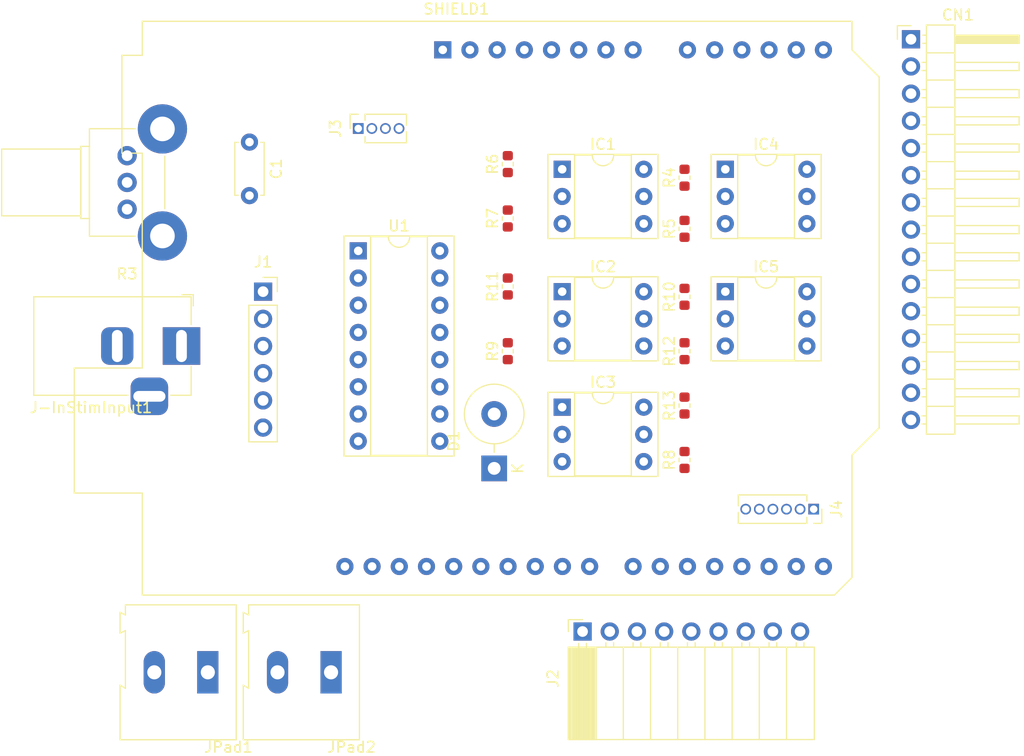
<source format=kicad_pcb>
(kicad_pcb (version 20171130) (host pcbnew 5.1.2-f72e74a~84~ubuntu18.04.1)

  (general
    (thickness 1.6)
    (drawings 0)
    (tracks 0)
    (zones 0)
    (modules 28)
    (nets 64)
  )

  (page A4)
  (layers
    (0 F.Cu signal)
    (31 B.Cu signal)
    (32 B.Adhes user)
    (33 F.Adhes user)
    (34 B.Paste user)
    (35 F.Paste user)
    (36 B.SilkS user)
    (37 F.SilkS user)
    (38 B.Mask user)
    (39 F.Mask user)
    (40 Dwgs.User user)
    (41 Cmts.User user)
    (42 Eco1.User user)
    (43 Eco2.User user)
    (44 Edge.Cuts user)
    (45 Margin user)
    (46 B.CrtYd user)
    (47 F.CrtYd user)
    (48 B.Fab user)
    (49 F.Fab user)
  )

  (setup
    (last_trace_width 0.25)
    (trace_clearance 0.2)
    (zone_clearance 0.508)
    (zone_45_only no)
    (trace_min 0.2)
    (via_size 0.8)
    (via_drill 0.4)
    (via_min_size 0.4)
    (via_min_drill 0.3)
    (uvia_size 0.3)
    (uvia_drill 0.1)
    (uvias_allowed no)
    (uvia_min_size 0.2)
    (uvia_min_drill 0.1)
    (edge_width 0.1)
    (segment_width 0.2)
    (pcb_text_width 0.3)
    (pcb_text_size 1.5 1.5)
    (mod_edge_width 0.15)
    (mod_text_size 1 1)
    (mod_text_width 0.15)
    (pad_size 1.524 1.524)
    (pad_drill 0.762)
    (pad_to_mask_clearance 0)
    (aux_axis_origin 0 0)
    (visible_elements FFFFFF7F)
    (pcbplotparams
      (layerselection 0x010fc_ffffffff)
      (usegerberextensions false)
      (usegerberattributes false)
      (usegerberadvancedattributes false)
      (creategerberjobfile false)
      (excludeedgelayer true)
      (linewidth 0.100000)
      (plotframeref false)
      (viasonmask false)
      (mode 1)
      (useauxorigin false)
      (hpglpennumber 1)
      (hpglpenspeed 20)
      (hpglpendiameter 15.000000)
      (psnegative false)
      (psa4output false)
      (plotreference true)
      (plotvalue true)
      (plotinvisibletext false)
      (padsonsilk false)
      (subtractmaskfromsilk false)
      (outputformat 1)
      (mirror false)
      (drillshape 1)
      (scaleselection 1)
      (outputdirectory ""))
  )

  (net 0 "")
  (net 1 A0)
  (net 2 AGND)
  (net 3 Tone3)
  (net 4 "Net-(CN1-Pad3)")
  (net 5 "Net-(CN1-Pad4)")
  (net 6 Solenoid2_2)
  (net 7 Solenoid1_1)
  (net 8 Solenoid1_2)
  (net 9 "EX 5 V")
  (net 10 "12 V")
  (net 11 Tone2)
  (net 12 Tone1)
  (net 13 "Net-(IC1-Pad6)")
  (net 14 "Net-(IC1-Pad3)")
  (net 15 DGND)
  (net 16 "Net-(IC1-Pad1)")
  (net 17 "Net-(IC2-Pad1)")
  (net 18 ULN_IN1)
  (net 19 "Net-(IC2-Pad3)")
  (net 20 "Net-(IC2-Pad6)")
  (net 21 "Net-(IC3-Pad1)")
  (net 22 ULN_IN2)
  (net 23 "Net-(IC3-Pad3)")
  (net 24 "Net-(IC3-Pad6)")
  (net 25 "Net-(IC4-Pad1)")
  (net 26 "Net-(IC4-Pad3)")
  (net 27 "Net-(IC4-Pad6)")
  (net 28 "Net-(IC5-Pad6)")
  (net 29 "Net-(IC5-Pad3)")
  (net 30 "Net-(IC5-Pad1)")
  (net 31 5V)
  (net 32 D4)
  (net 33 D6)
  (net 34 "Net-(J2-Pad1)")
  (net 35 "Net-(J-InStimInput1-Pad1)")
  (net 36 "Net-(J2-Pad3)")
  (net 37 "Net-(J-InStimInput1-Pad2)")
  (net 38 D5)
  (net 39 D2)
  (net 40 D3)
  (net 41 A1)
  (net 42 A2)
  (net 43 A3)
  (net 44 A4)
  (net 45 A5)
  (net 46 D7)
  (net 47 D13)
  (net 48 D11)
  (net 49 D12)
  (net 50 D9)
  (net 51 D8)
  (net 52 "Net-(SHIELD1-Pad1)")
  (net 53 "Net-(SHIELD1-Pad10)")
  (net 54 "Net-(U1-Pad10)")
  (net 55 "Net-(U1-Pad3)")
  (net 56 "Net-(U1-Pad11)")
  (net 57 "Net-(U1-Pad4)")
  (net 58 "Net-(U1-Pad12)")
  (net 59 "Net-(U1-Pad5)")
  (net 60 "Net-(U1-Pad13)")
  (net 61 "Net-(U1-Pad6)")
  (net 62 "Net-(U1-Pad14)")
  (net 63 "Net-(U1-Pad7)")

  (net_class Default "This is the default net class."
    (clearance 0.2)
    (trace_width 0.25)
    (via_dia 0.8)
    (via_drill 0.4)
    (uvia_dia 0.3)
    (uvia_drill 0.1)
    (add_net "12 V")
    (add_net 5V)
    (add_net A0)
    (add_net A1)
    (add_net A2)
    (add_net A3)
    (add_net A4)
    (add_net A5)
    (add_net AGND)
    (add_net D11)
    (add_net D12)
    (add_net D13)
    (add_net D2)
    (add_net D3)
    (add_net D4)
    (add_net D5)
    (add_net D6)
    (add_net D7)
    (add_net D8)
    (add_net D9)
    (add_net DGND)
    (add_net "EX 5 V")
    (add_net "Net-(CN1-Pad3)")
    (add_net "Net-(CN1-Pad4)")
    (add_net "Net-(IC1-Pad1)")
    (add_net "Net-(IC1-Pad3)")
    (add_net "Net-(IC1-Pad6)")
    (add_net "Net-(IC2-Pad1)")
    (add_net "Net-(IC2-Pad3)")
    (add_net "Net-(IC2-Pad6)")
    (add_net "Net-(IC3-Pad1)")
    (add_net "Net-(IC3-Pad3)")
    (add_net "Net-(IC3-Pad6)")
    (add_net "Net-(IC4-Pad1)")
    (add_net "Net-(IC4-Pad3)")
    (add_net "Net-(IC4-Pad6)")
    (add_net "Net-(IC5-Pad1)")
    (add_net "Net-(IC5-Pad3)")
    (add_net "Net-(IC5-Pad6)")
    (add_net "Net-(J-InStimInput1-Pad1)")
    (add_net "Net-(J-InStimInput1-Pad2)")
    (add_net "Net-(J2-Pad1)")
    (add_net "Net-(J2-Pad3)")
    (add_net "Net-(SHIELD1-Pad1)")
    (add_net "Net-(SHIELD1-Pad10)")
    (add_net "Net-(U1-Pad10)")
    (add_net "Net-(U1-Pad11)")
    (add_net "Net-(U1-Pad12)")
    (add_net "Net-(U1-Pad13)")
    (add_net "Net-(U1-Pad14)")
    (add_net "Net-(U1-Pad3)")
    (add_net "Net-(U1-Pad4)")
    (add_net "Net-(U1-Pad5)")
    (add_net "Net-(U1-Pad6)")
    (add_net "Net-(U1-Pad7)")
    (add_net Solenoid1_1)
    (add_net Solenoid1_2)
    (add_net Solenoid2_2)
    (add_net Tone1)
    (add_net Tone2)
    (add_net Tone3)
    (add_net ULN_IN1)
    (add_net ULN_IN2)
  )

  (module Connector_PinHeader_2.54mm:PinHeader_1x15_P2.54mm_Horizontal (layer F.Cu) (tedit 59FED5CB) (tstamp 5D1E6337)
    (at 174.825001 81.835001)
    (descr "Through hole angled pin header, 1x15, 2.54mm pitch, 6mm pin length, single row")
    (tags "Through hole angled pin header THT 1x15 2.54mm single row")
    (path /5C3EFA8D)
    (fp_text reference CN1 (at 4.385 -2.27) (layer F.SilkS)
      (effects (font (size 1 1) (thickness 0.15)))
    )
    (fp_text value OutputPad (at 4.385 37.83) (layer F.Fab)
      (effects (font (size 1 1) (thickness 0.15)))
    )
    (fp_line (start 2.135 -1.27) (end 4.04 -1.27) (layer F.Fab) (width 0.1))
    (fp_line (start 4.04 -1.27) (end 4.04 36.83) (layer F.Fab) (width 0.1))
    (fp_line (start 4.04 36.83) (end 1.5 36.83) (layer F.Fab) (width 0.1))
    (fp_line (start 1.5 36.83) (end 1.5 -0.635) (layer F.Fab) (width 0.1))
    (fp_line (start 1.5 -0.635) (end 2.135 -1.27) (layer F.Fab) (width 0.1))
    (fp_line (start -0.32 -0.32) (end 1.5 -0.32) (layer F.Fab) (width 0.1))
    (fp_line (start -0.32 -0.32) (end -0.32 0.32) (layer F.Fab) (width 0.1))
    (fp_line (start -0.32 0.32) (end 1.5 0.32) (layer F.Fab) (width 0.1))
    (fp_line (start 4.04 -0.32) (end 10.04 -0.32) (layer F.Fab) (width 0.1))
    (fp_line (start 10.04 -0.32) (end 10.04 0.32) (layer F.Fab) (width 0.1))
    (fp_line (start 4.04 0.32) (end 10.04 0.32) (layer F.Fab) (width 0.1))
    (fp_line (start -0.32 2.22) (end 1.5 2.22) (layer F.Fab) (width 0.1))
    (fp_line (start -0.32 2.22) (end -0.32 2.86) (layer F.Fab) (width 0.1))
    (fp_line (start -0.32 2.86) (end 1.5 2.86) (layer F.Fab) (width 0.1))
    (fp_line (start 4.04 2.22) (end 10.04 2.22) (layer F.Fab) (width 0.1))
    (fp_line (start 10.04 2.22) (end 10.04 2.86) (layer F.Fab) (width 0.1))
    (fp_line (start 4.04 2.86) (end 10.04 2.86) (layer F.Fab) (width 0.1))
    (fp_line (start -0.32 4.76) (end 1.5 4.76) (layer F.Fab) (width 0.1))
    (fp_line (start -0.32 4.76) (end -0.32 5.4) (layer F.Fab) (width 0.1))
    (fp_line (start -0.32 5.4) (end 1.5 5.4) (layer F.Fab) (width 0.1))
    (fp_line (start 4.04 4.76) (end 10.04 4.76) (layer F.Fab) (width 0.1))
    (fp_line (start 10.04 4.76) (end 10.04 5.4) (layer F.Fab) (width 0.1))
    (fp_line (start 4.04 5.4) (end 10.04 5.4) (layer F.Fab) (width 0.1))
    (fp_line (start -0.32 7.3) (end 1.5 7.3) (layer F.Fab) (width 0.1))
    (fp_line (start -0.32 7.3) (end -0.32 7.94) (layer F.Fab) (width 0.1))
    (fp_line (start -0.32 7.94) (end 1.5 7.94) (layer F.Fab) (width 0.1))
    (fp_line (start 4.04 7.3) (end 10.04 7.3) (layer F.Fab) (width 0.1))
    (fp_line (start 10.04 7.3) (end 10.04 7.94) (layer F.Fab) (width 0.1))
    (fp_line (start 4.04 7.94) (end 10.04 7.94) (layer F.Fab) (width 0.1))
    (fp_line (start -0.32 9.84) (end 1.5 9.84) (layer F.Fab) (width 0.1))
    (fp_line (start -0.32 9.84) (end -0.32 10.48) (layer F.Fab) (width 0.1))
    (fp_line (start -0.32 10.48) (end 1.5 10.48) (layer F.Fab) (width 0.1))
    (fp_line (start 4.04 9.84) (end 10.04 9.84) (layer F.Fab) (width 0.1))
    (fp_line (start 10.04 9.84) (end 10.04 10.48) (layer F.Fab) (width 0.1))
    (fp_line (start 4.04 10.48) (end 10.04 10.48) (layer F.Fab) (width 0.1))
    (fp_line (start -0.32 12.38) (end 1.5 12.38) (layer F.Fab) (width 0.1))
    (fp_line (start -0.32 12.38) (end -0.32 13.02) (layer F.Fab) (width 0.1))
    (fp_line (start -0.32 13.02) (end 1.5 13.02) (layer F.Fab) (width 0.1))
    (fp_line (start 4.04 12.38) (end 10.04 12.38) (layer F.Fab) (width 0.1))
    (fp_line (start 10.04 12.38) (end 10.04 13.02) (layer F.Fab) (width 0.1))
    (fp_line (start 4.04 13.02) (end 10.04 13.02) (layer F.Fab) (width 0.1))
    (fp_line (start -0.32 14.92) (end 1.5 14.92) (layer F.Fab) (width 0.1))
    (fp_line (start -0.32 14.92) (end -0.32 15.56) (layer F.Fab) (width 0.1))
    (fp_line (start -0.32 15.56) (end 1.5 15.56) (layer F.Fab) (width 0.1))
    (fp_line (start 4.04 14.92) (end 10.04 14.92) (layer F.Fab) (width 0.1))
    (fp_line (start 10.04 14.92) (end 10.04 15.56) (layer F.Fab) (width 0.1))
    (fp_line (start 4.04 15.56) (end 10.04 15.56) (layer F.Fab) (width 0.1))
    (fp_line (start -0.32 17.46) (end 1.5 17.46) (layer F.Fab) (width 0.1))
    (fp_line (start -0.32 17.46) (end -0.32 18.1) (layer F.Fab) (width 0.1))
    (fp_line (start -0.32 18.1) (end 1.5 18.1) (layer F.Fab) (width 0.1))
    (fp_line (start 4.04 17.46) (end 10.04 17.46) (layer F.Fab) (width 0.1))
    (fp_line (start 10.04 17.46) (end 10.04 18.1) (layer F.Fab) (width 0.1))
    (fp_line (start 4.04 18.1) (end 10.04 18.1) (layer F.Fab) (width 0.1))
    (fp_line (start -0.32 20) (end 1.5 20) (layer F.Fab) (width 0.1))
    (fp_line (start -0.32 20) (end -0.32 20.64) (layer F.Fab) (width 0.1))
    (fp_line (start -0.32 20.64) (end 1.5 20.64) (layer F.Fab) (width 0.1))
    (fp_line (start 4.04 20) (end 10.04 20) (layer F.Fab) (width 0.1))
    (fp_line (start 10.04 20) (end 10.04 20.64) (layer F.Fab) (width 0.1))
    (fp_line (start 4.04 20.64) (end 10.04 20.64) (layer F.Fab) (width 0.1))
    (fp_line (start -0.32 22.54) (end 1.5 22.54) (layer F.Fab) (width 0.1))
    (fp_line (start -0.32 22.54) (end -0.32 23.18) (layer F.Fab) (width 0.1))
    (fp_line (start -0.32 23.18) (end 1.5 23.18) (layer F.Fab) (width 0.1))
    (fp_line (start 4.04 22.54) (end 10.04 22.54) (layer F.Fab) (width 0.1))
    (fp_line (start 10.04 22.54) (end 10.04 23.18) (layer F.Fab) (width 0.1))
    (fp_line (start 4.04 23.18) (end 10.04 23.18) (layer F.Fab) (width 0.1))
    (fp_line (start -0.32 25.08) (end 1.5 25.08) (layer F.Fab) (width 0.1))
    (fp_line (start -0.32 25.08) (end -0.32 25.72) (layer F.Fab) (width 0.1))
    (fp_line (start -0.32 25.72) (end 1.5 25.72) (layer F.Fab) (width 0.1))
    (fp_line (start 4.04 25.08) (end 10.04 25.08) (layer F.Fab) (width 0.1))
    (fp_line (start 10.04 25.08) (end 10.04 25.72) (layer F.Fab) (width 0.1))
    (fp_line (start 4.04 25.72) (end 10.04 25.72) (layer F.Fab) (width 0.1))
    (fp_line (start -0.32 27.62) (end 1.5 27.62) (layer F.Fab) (width 0.1))
    (fp_line (start -0.32 27.62) (end -0.32 28.26) (layer F.Fab) (width 0.1))
    (fp_line (start -0.32 28.26) (end 1.5 28.26) (layer F.Fab) (width 0.1))
    (fp_line (start 4.04 27.62) (end 10.04 27.62) (layer F.Fab) (width 0.1))
    (fp_line (start 10.04 27.62) (end 10.04 28.26) (layer F.Fab) (width 0.1))
    (fp_line (start 4.04 28.26) (end 10.04 28.26) (layer F.Fab) (width 0.1))
    (fp_line (start -0.32 30.16) (end 1.5 30.16) (layer F.Fab) (width 0.1))
    (fp_line (start -0.32 30.16) (end -0.32 30.8) (layer F.Fab) (width 0.1))
    (fp_line (start -0.32 30.8) (end 1.5 30.8) (layer F.Fab) (width 0.1))
    (fp_line (start 4.04 30.16) (end 10.04 30.16) (layer F.Fab) (width 0.1))
    (fp_line (start 10.04 30.16) (end 10.04 30.8) (layer F.Fab) (width 0.1))
    (fp_line (start 4.04 30.8) (end 10.04 30.8) (layer F.Fab) (width 0.1))
    (fp_line (start -0.32 32.7) (end 1.5 32.7) (layer F.Fab) (width 0.1))
    (fp_line (start -0.32 32.7) (end -0.32 33.34) (layer F.Fab) (width 0.1))
    (fp_line (start -0.32 33.34) (end 1.5 33.34) (layer F.Fab) (width 0.1))
    (fp_line (start 4.04 32.7) (end 10.04 32.7) (layer F.Fab) (width 0.1))
    (fp_line (start 10.04 32.7) (end 10.04 33.34) (layer F.Fab) (width 0.1))
    (fp_line (start 4.04 33.34) (end 10.04 33.34) (layer F.Fab) (width 0.1))
    (fp_line (start -0.32 35.24) (end 1.5 35.24) (layer F.Fab) (width 0.1))
    (fp_line (start -0.32 35.24) (end -0.32 35.88) (layer F.Fab) (width 0.1))
    (fp_line (start -0.32 35.88) (end 1.5 35.88) (layer F.Fab) (width 0.1))
    (fp_line (start 4.04 35.24) (end 10.04 35.24) (layer F.Fab) (width 0.1))
    (fp_line (start 10.04 35.24) (end 10.04 35.88) (layer F.Fab) (width 0.1))
    (fp_line (start 4.04 35.88) (end 10.04 35.88) (layer F.Fab) (width 0.1))
    (fp_line (start 1.44 -1.33) (end 1.44 36.89) (layer F.SilkS) (width 0.12))
    (fp_line (start 1.44 36.89) (end 4.1 36.89) (layer F.SilkS) (width 0.12))
    (fp_line (start 4.1 36.89) (end 4.1 -1.33) (layer F.SilkS) (width 0.12))
    (fp_line (start 4.1 -1.33) (end 1.44 -1.33) (layer F.SilkS) (width 0.12))
    (fp_line (start 4.1 -0.38) (end 10.1 -0.38) (layer F.SilkS) (width 0.12))
    (fp_line (start 10.1 -0.38) (end 10.1 0.38) (layer F.SilkS) (width 0.12))
    (fp_line (start 10.1 0.38) (end 4.1 0.38) (layer F.SilkS) (width 0.12))
    (fp_line (start 4.1 -0.32) (end 10.1 -0.32) (layer F.SilkS) (width 0.12))
    (fp_line (start 4.1 -0.2) (end 10.1 -0.2) (layer F.SilkS) (width 0.12))
    (fp_line (start 4.1 -0.08) (end 10.1 -0.08) (layer F.SilkS) (width 0.12))
    (fp_line (start 4.1 0.04) (end 10.1 0.04) (layer F.SilkS) (width 0.12))
    (fp_line (start 4.1 0.16) (end 10.1 0.16) (layer F.SilkS) (width 0.12))
    (fp_line (start 4.1 0.28) (end 10.1 0.28) (layer F.SilkS) (width 0.12))
    (fp_line (start 1.11 -0.38) (end 1.44 -0.38) (layer F.SilkS) (width 0.12))
    (fp_line (start 1.11 0.38) (end 1.44 0.38) (layer F.SilkS) (width 0.12))
    (fp_line (start 1.44 1.27) (end 4.1 1.27) (layer F.SilkS) (width 0.12))
    (fp_line (start 4.1 2.16) (end 10.1 2.16) (layer F.SilkS) (width 0.12))
    (fp_line (start 10.1 2.16) (end 10.1 2.92) (layer F.SilkS) (width 0.12))
    (fp_line (start 10.1 2.92) (end 4.1 2.92) (layer F.SilkS) (width 0.12))
    (fp_line (start 1.042929 2.16) (end 1.44 2.16) (layer F.SilkS) (width 0.12))
    (fp_line (start 1.042929 2.92) (end 1.44 2.92) (layer F.SilkS) (width 0.12))
    (fp_line (start 1.44 3.81) (end 4.1 3.81) (layer F.SilkS) (width 0.12))
    (fp_line (start 4.1 4.7) (end 10.1 4.7) (layer F.SilkS) (width 0.12))
    (fp_line (start 10.1 4.7) (end 10.1 5.46) (layer F.SilkS) (width 0.12))
    (fp_line (start 10.1 5.46) (end 4.1 5.46) (layer F.SilkS) (width 0.12))
    (fp_line (start 1.042929 4.7) (end 1.44 4.7) (layer F.SilkS) (width 0.12))
    (fp_line (start 1.042929 5.46) (end 1.44 5.46) (layer F.SilkS) (width 0.12))
    (fp_line (start 1.44 6.35) (end 4.1 6.35) (layer F.SilkS) (width 0.12))
    (fp_line (start 4.1 7.24) (end 10.1 7.24) (layer F.SilkS) (width 0.12))
    (fp_line (start 10.1 7.24) (end 10.1 8) (layer F.SilkS) (width 0.12))
    (fp_line (start 10.1 8) (end 4.1 8) (layer F.SilkS) (width 0.12))
    (fp_line (start 1.042929 7.24) (end 1.44 7.24) (layer F.SilkS) (width 0.12))
    (fp_line (start 1.042929 8) (end 1.44 8) (layer F.SilkS) (width 0.12))
    (fp_line (start 1.44 8.89) (end 4.1 8.89) (layer F.SilkS) (width 0.12))
    (fp_line (start 4.1 9.78) (end 10.1 9.78) (layer F.SilkS) (width 0.12))
    (fp_line (start 10.1 9.78) (end 10.1 10.54) (layer F.SilkS) (width 0.12))
    (fp_line (start 10.1 10.54) (end 4.1 10.54) (layer F.SilkS) (width 0.12))
    (fp_line (start 1.042929 9.78) (end 1.44 9.78) (layer F.SilkS) (width 0.12))
    (fp_line (start 1.042929 10.54) (end 1.44 10.54) (layer F.SilkS) (width 0.12))
    (fp_line (start 1.44 11.43) (end 4.1 11.43) (layer F.SilkS) (width 0.12))
    (fp_line (start 4.1 12.32) (end 10.1 12.32) (layer F.SilkS) (width 0.12))
    (fp_line (start 10.1 12.32) (end 10.1 13.08) (layer F.SilkS) (width 0.12))
    (fp_line (start 10.1 13.08) (end 4.1 13.08) (layer F.SilkS) (width 0.12))
    (fp_line (start 1.042929 12.32) (end 1.44 12.32) (layer F.SilkS) (width 0.12))
    (fp_line (start 1.042929 13.08) (end 1.44 13.08) (layer F.SilkS) (width 0.12))
    (fp_line (start 1.44 13.97) (end 4.1 13.97) (layer F.SilkS) (width 0.12))
    (fp_line (start 4.1 14.86) (end 10.1 14.86) (layer F.SilkS) (width 0.12))
    (fp_line (start 10.1 14.86) (end 10.1 15.62) (layer F.SilkS) (width 0.12))
    (fp_line (start 10.1 15.62) (end 4.1 15.62) (layer F.SilkS) (width 0.12))
    (fp_line (start 1.042929 14.86) (end 1.44 14.86) (layer F.SilkS) (width 0.12))
    (fp_line (start 1.042929 15.62) (end 1.44 15.62) (layer F.SilkS) (width 0.12))
    (fp_line (start 1.44 16.51) (end 4.1 16.51) (layer F.SilkS) (width 0.12))
    (fp_line (start 4.1 17.4) (end 10.1 17.4) (layer F.SilkS) (width 0.12))
    (fp_line (start 10.1 17.4) (end 10.1 18.16) (layer F.SilkS) (width 0.12))
    (fp_line (start 10.1 18.16) (end 4.1 18.16) (layer F.SilkS) (width 0.12))
    (fp_line (start 1.042929 17.4) (end 1.44 17.4) (layer F.SilkS) (width 0.12))
    (fp_line (start 1.042929 18.16) (end 1.44 18.16) (layer F.SilkS) (width 0.12))
    (fp_line (start 1.44 19.05) (end 4.1 19.05) (layer F.SilkS) (width 0.12))
    (fp_line (start 4.1 19.94) (end 10.1 19.94) (layer F.SilkS) (width 0.12))
    (fp_line (start 10.1 19.94) (end 10.1 20.7) (layer F.SilkS) (width 0.12))
    (fp_line (start 10.1 20.7) (end 4.1 20.7) (layer F.SilkS) (width 0.12))
    (fp_line (start 1.042929 19.94) (end 1.44 19.94) (layer F.SilkS) (width 0.12))
    (fp_line (start 1.042929 20.7) (end 1.44 20.7) (layer F.SilkS) (width 0.12))
    (fp_line (start 1.44 21.59) (end 4.1 21.59) (layer F.SilkS) (width 0.12))
    (fp_line (start 4.1 22.48) (end 10.1 22.48) (layer F.SilkS) (width 0.12))
    (fp_line (start 10.1 22.48) (end 10.1 23.24) (layer F.SilkS) (width 0.12))
    (fp_line (start 10.1 23.24) (end 4.1 23.24) (layer F.SilkS) (width 0.12))
    (fp_line (start 1.042929 22.48) (end 1.44 22.48) (layer F.SilkS) (width 0.12))
    (fp_line (start 1.042929 23.24) (end 1.44 23.24) (layer F.SilkS) (width 0.12))
    (fp_line (start 1.44 24.13) (end 4.1 24.13) (layer F.SilkS) (width 0.12))
    (fp_line (start 4.1 25.02) (end 10.1 25.02) (layer F.SilkS) (width 0.12))
    (fp_line (start 10.1 25.02) (end 10.1 25.78) (layer F.SilkS) (width 0.12))
    (fp_line (start 10.1 25.78) (end 4.1 25.78) (layer F.SilkS) (width 0.12))
    (fp_line (start 1.042929 25.02) (end 1.44 25.02) (layer F.SilkS) (width 0.12))
    (fp_line (start 1.042929 25.78) (end 1.44 25.78) (layer F.SilkS) (width 0.12))
    (fp_line (start 1.44 26.67) (end 4.1 26.67) (layer F.SilkS) (width 0.12))
    (fp_line (start 4.1 27.56) (end 10.1 27.56) (layer F.SilkS) (width 0.12))
    (fp_line (start 10.1 27.56) (end 10.1 28.32) (layer F.SilkS) (width 0.12))
    (fp_line (start 10.1 28.32) (end 4.1 28.32) (layer F.SilkS) (width 0.12))
    (fp_line (start 1.042929 27.56) (end 1.44 27.56) (layer F.SilkS) (width 0.12))
    (fp_line (start 1.042929 28.32) (end 1.44 28.32) (layer F.SilkS) (width 0.12))
    (fp_line (start 1.44 29.21) (end 4.1 29.21) (layer F.SilkS) (width 0.12))
    (fp_line (start 4.1 30.1) (end 10.1 30.1) (layer F.SilkS) (width 0.12))
    (fp_line (start 10.1 30.1) (end 10.1 30.86) (layer F.SilkS) (width 0.12))
    (fp_line (start 10.1 30.86) (end 4.1 30.86) (layer F.SilkS) (width 0.12))
    (fp_line (start 1.042929 30.1) (end 1.44 30.1) (layer F.SilkS) (width 0.12))
    (fp_line (start 1.042929 30.86) (end 1.44 30.86) (layer F.SilkS) (width 0.12))
    (fp_line (start 1.44 31.75) (end 4.1 31.75) (layer F.SilkS) (width 0.12))
    (fp_line (start 4.1 32.64) (end 10.1 32.64) (layer F.SilkS) (width 0.12))
    (fp_line (start 10.1 32.64) (end 10.1 33.4) (layer F.SilkS) (width 0.12))
    (fp_line (start 10.1 33.4) (end 4.1 33.4) (layer F.SilkS) (width 0.12))
    (fp_line (start 1.042929 32.64) (end 1.44 32.64) (layer F.SilkS) (width 0.12))
    (fp_line (start 1.042929 33.4) (end 1.44 33.4) (layer F.SilkS) (width 0.12))
    (fp_line (start 1.44 34.29) (end 4.1 34.29) (layer F.SilkS) (width 0.12))
    (fp_line (start 4.1 35.18) (end 10.1 35.18) (layer F.SilkS) (width 0.12))
    (fp_line (start 10.1 35.18) (end 10.1 35.94) (layer F.SilkS) (width 0.12))
    (fp_line (start 10.1 35.94) (end 4.1 35.94) (layer F.SilkS) (width 0.12))
    (fp_line (start 1.042929 35.18) (end 1.44 35.18) (layer F.SilkS) (width 0.12))
    (fp_line (start 1.042929 35.94) (end 1.44 35.94) (layer F.SilkS) (width 0.12))
    (fp_line (start -1.27 0) (end -1.27 -1.27) (layer F.SilkS) (width 0.12))
    (fp_line (start -1.27 -1.27) (end 0 -1.27) (layer F.SilkS) (width 0.12))
    (fp_line (start -1.8 -1.8) (end -1.8 37.35) (layer F.CrtYd) (width 0.05))
    (fp_line (start -1.8 37.35) (end 10.55 37.35) (layer F.CrtYd) (width 0.05))
    (fp_line (start 10.55 37.35) (end 10.55 -1.8) (layer F.CrtYd) (width 0.05))
    (fp_line (start 10.55 -1.8) (end -1.8 -1.8) (layer F.CrtYd) (width 0.05))
    (fp_text user %R (at 2.77 17.78 90) (layer F.Fab)
      (effects (font (size 1 1) (thickness 0.15)))
    )
    (pad 1 thru_hole rect (at 0 0) (size 1.7 1.7) (drill 1) (layers *.Cu *.Mask)
      (net 2 AGND))
    (pad 2 thru_hole oval (at 0 2.54) (size 1.7 1.7) (drill 1) (layers *.Cu *.Mask)
      (net 3 Tone3))
    (pad 3 thru_hole oval (at 0 5.08) (size 1.7 1.7) (drill 1) (layers *.Cu *.Mask)
      (net 4 "Net-(CN1-Pad3)"))
    (pad 4 thru_hole oval (at 0 7.62) (size 1.7 1.7) (drill 1) (layers *.Cu *.Mask)
      (net 5 "Net-(CN1-Pad4)"))
    (pad 5 thru_hole oval (at 0 10.16) (size 1.7 1.7) (drill 1) (layers *.Cu *.Mask)
      (net 6 Solenoid2_2))
    (pad 6 thru_hole oval (at 0 12.7) (size 1.7 1.7) (drill 1) (layers *.Cu *.Mask)
      (net 7 Solenoid1_1))
    (pad 7 thru_hole oval (at 0 15.24) (size 1.7 1.7) (drill 1) (layers *.Cu *.Mask)
      (net 8 Solenoid1_2))
    (pad 8 thru_hole oval (at 0 17.78) (size 1.7 1.7) (drill 1) (layers *.Cu *.Mask)
      (net 7 Solenoid1_1))
    (pad 9 thru_hole oval (at 0 20.32) (size 1.7 1.7) (drill 1) (layers *.Cu *.Mask)
      (net 9 "EX 5 V"))
    (pad 10 thru_hole oval (at 0 22.86) (size 1.7 1.7) (drill 1) (layers *.Cu *.Mask)
      (net 2 AGND))
    (pad 11 thru_hole oval (at 0 25.4) (size 1.7 1.7) (drill 1) (layers *.Cu *.Mask)
      (net 10 "12 V"))
    (pad 12 thru_hole oval (at 0 27.94) (size 1.7 1.7) (drill 1) (layers *.Cu *.Mask)
      (net 2 AGND))
    (pad 13 thru_hole oval (at 0 30.48) (size 1.7 1.7) (drill 1) (layers *.Cu *.Mask)
      (net 11 Tone2))
    (pad 14 thru_hole oval (at 0 33.02) (size 1.7 1.7) (drill 1) (layers *.Cu *.Mask)
      (net 2 AGND))
    (pad 15 thru_hole oval (at 0 35.56) (size 1.7 1.7) (drill 1) (layers *.Cu *.Mask)
      (net 12 Tone1))
    (model ${KISYS3DMOD}/Connector_PinHeader_2.54mm.3dshapes/PinHeader_1x15_P2.54mm_Horizontal.wrl
      (at (xyz 0 0 0))
      (scale (xyz 1 1 1))
      (rotate (xyz 0 0 0))
    )
  )

  (module Package_DIP:DIP-6_W7.62mm_Socket (layer F.Cu) (tedit 5A02E8C5) (tstamp 5D1E6378)
    (at 142.24 93.98)
    (descr "6-lead though-hole mounted DIP package, row spacing 7.62 mm (300 mils), Socket")
    (tags "THT DIP DIL PDIP 2.54mm 7.62mm 300mil Socket")
    (path /5D2001DC)
    (fp_text reference IC1 (at 3.81 -2.33) (layer F.SilkS)
      (effects (font (size 1 1) (thickness 0.15)))
    )
    (fp_text value 4N35 (at 3.81 7.41) (layer F.Fab)
      (effects (font (size 1 1) (thickness 0.15)))
    )
    (fp_text user %R (at 3.81 2.54) (layer F.Fab)
      (effects (font (size 1 1) (thickness 0.15)))
    )
    (fp_line (start 9.15 -1.6) (end -1.55 -1.6) (layer F.CrtYd) (width 0.05))
    (fp_line (start 9.15 6.7) (end 9.15 -1.6) (layer F.CrtYd) (width 0.05))
    (fp_line (start -1.55 6.7) (end 9.15 6.7) (layer F.CrtYd) (width 0.05))
    (fp_line (start -1.55 -1.6) (end -1.55 6.7) (layer F.CrtYd) (width 0.05))
    (fp_line (start 8.95 -1.39) (end -1.33 -1.39) (layer F.SilkS) (width 0.12))
    (fp_line (start 8.95 6.47) (end 8.95 -1.39) (layer F.SilkS) (width 0.12))
    (fp_line (start -1.33 6.47) (end 8.95 6.47) (layer F.SilkS) (width 0.12))
    (fp_line (start -1.33 -1.39) (end -1.33 6.47) (layer F.SilkS) (width 0.12))
    (fp_line (start 6.46 -1.33) (end 4.81 -1.33) (layer F.SilkS) (width 0.12))
    (fp_line (start 6.46 6.41) (end 6.46 -1.33) (layer F.SilkS) (width 0.12))
    (fp_line (start 1.16 6.41) (end 6.46 6.41) (layer F.SilkS) (width 0.12))
    (fp_line (start 1.16 -1.33) (end 1.16 6.41) (layer F.SilkS) (width 0.12))
    (fp_line (start 2.81 -1.33) (end 1.16 -1.33) (layer F.SilkS) (width 0.12))
    (fp_line (start 8.89 -1.33) (end -1.27 -1.33) (layer F.Fab) (width 0.1))
    (fp_line (start 8.89 6.41) (end 8.89 -1.33) (layer F.Fab) (width 0.1))
    (fp_line (start -1.27 6.41) (end 8.89 6.41) (layer F.Fab) (width 0.1))
    (fp_line (start -1.27 -1.33) (end -1.27 6.41) (layer F.Fab) (width 0.1))
    (fp_line (start 0.635 -0.27) (end 1.635 -1.27) (layer F.Fab) (width 0.1))
    (fp_line (start 0.635 6.35) (end 0.635 -0.27) (layer F.Fab) (width 0.1))
    (fp_line (start 6.985 6.35) (end 0.635 6.35) (layer F.Fab) (width 0.1))
    (fp_line (start 6.985 -1.27) (end 6.985 6.35) (layer F.Fab) (width 0.1))
    (fp_line (start 1.635 -1.27) (end 6.985 -1.27) (layer F.Fab) (width 0.1))
    (fp_arc (start 3.81 -1.33) (end 2.81 -1.33) (angle -180) (layer F.SilkS) (width 0.12))
    (pad 6 thru_hole oval (at 7.62 0) (size 1.6 1.6) (drill 0.8) (layers *.Cu *.Mask)
      (net 13 "Net-(IC1-Pad6)"))
    (pad 3 thru_hole oval (at 0 5.08) (size 1.6 1.6) (drill 0.8) (layers *.Cu *.Mask)
      (net 14 "Net-(IC1-Pad3)"))
    (pad 5 thru_hole oval (at 7.62 2.54) (size 1.6 1.6) (drill 0.8) (layers *.Cu *.Mask)
      (net 9 "EX 5 V"))
    (pad 2 thru_hole oval (at 0 2.54) (size 1.6 1.6) (drill 0.8) (layers *.Cu *.Mask)
      (net 15 DGND))
    (pad 4 thru_hole oval (at 7.62 5.08) (size 1.6 1.6) (drill 0.8) (layers *.Cu *.Mask)
      (net 3 Tone3))
    (pad 1 thru_hole rect (at 0 0) (size 1.6 1.6) (drill 0.8) (layers *.Cu *.Mask)
      (net 16 "Net-(IC1-Pad1)"))
    (model ${KISYS3DMOD}/Package_DIP.3dshapes/DIP-6_W7.62mm_Socket.wrl
      (at (xyz 0 0 0))
      (scale (xyz 1 1 1))
      (rotate (xyz 0 0 0))
    )
  )

  (module Package_DIP:DIP-6_W7.62mm_Socket (layer F.Cu) (tedit 5A02E8C5) (tstamp 5D1E639A)
    (at 142.24 105.41)
    (descr "6-lead though-hole mounted DIP package, row spacing 7.62 mm (300 mils), Socket")
    (tags "THT DIP DIL PDIP 2.54mm 7.62mm 300mil Socket")
    (path /5C3EFA70)
    (fp_text reference IC2 (at 3.81 -2.33) (layer F.SilkS)
      (effects (font (size 1 1) (thickness 0.15)))
    )
    (fp_text value 4N35 (at 3.81 7.41) (layer F.Fab)
      (effects (font (size 1 1) (thickness 0.15)))
    )
    (fp_arc (start 3.81 -1.33) (end 2.81 -1.33) (angle -180) (layer F.SilkS) (width 0.12))
    (fp_line (start 1.635 -1.27) (end 6.985 -1.27) (layer F.Fab) (width 0.1))
    (fp_line (start 6.985 -1.27) (end 6.985 6.35) (layer F.Fab) (width 0.1))
    (fp_line (start 6.985 6.35) (end 0.635 6.35) (layer F.Fab) (width 0.1))
    (fp_line (start 0.635 6.35) (end 0.635 -0.27) (layer F.Fab) (width 0.1))
    (fp_line (start 0.635 -0.27) (end 1.635 -1.27) (layer F.Fab) (width 0.1))
    (fp_line (start -1.27 -1.33) (end -1.27 6.41) (layer F.Fab) (width 0.1))
    (fp_line (start -1.27 6.41) (end 8.89 6.41) (layer F.Fab) (width 0.1))
    (fp_line (start 8.89 6.41) (end 8.89 -1.33) (layer F.Fab) (width 0.1))
    (fp_line (start 8.89 -1.33) (end -1.27 -1.33) (layer F.Fab) (width 0.1))
    (fp_line (start 2.81 -1.33) (end 1.16 -1.33) (layer F.SilkS) (width 0.12))
    (fp_line (start 1.16 -1.33) (end 1.16 6.41) (layer F.SilkS) (width 0.12))
    (fp_line (start 1.16 6.41) (end 6.46 6.41) (layer F.SilkS) (width 0.12))
    (fp_line (start 6.46 6.41) (end 6.46 -1.33) (layer F.SilkS) (width 0.12))
    (fp_line (start 6.46 -1.33) (end 4.81 -1.33) (layer F.SilkS) (width 0.12))
    (fp_line (start -1.33 -1.39) (end -1.33 6.47) (layer F.SilkS) (width 0.12))
    (fp_line (start -1.33 6.47) (end 8.95 6.47) (layer F.SilkS) (width 0.12))
    (fp_line (start 8.95 6.47) (end 8.95 -1.39) (layer F.SilkS) (width 0.12))
    (fp_line (start 8.95 -1.39) (end -1.33 -1.39) (layer F.SilkS) (width 0.12))
    (fp_line (start -1.55 -1.6) (end -1.55 6.7) (layer F.CrtYd) (width 0.05))
    (fp_line (start -1.55 6.7) (end 9.15 6.7) (layer F.CrtYd) (width 0.05))
    (fp_line (start 9.15 6.7) (end 9.15 -1.6) (layer F.CrtYd) (width 0.05))
    (fp_line (start 9.15 -1.6) (end -1.55 -1.6) (layer F.CrtYd) (width 0.05))
    (fp_text user %R (at 3.81 2.54) (layer F.Fab)
      (effects (font (size 1 1) (thickness 0.15)))
    )
    (pad 1 thru_hole rect (at 0 0) (size 1.6 1.6) (drill 0.8) (layers *.Cu *.Mask)
      (net 17 "Net-(IC2-Pad1)"))
    (pad 4 thru_hole oval (at 7.62 5.08) (size 1.6 1.6) (drill 0.8) (layers *.Cu *.Mask)
      (net 18 ULN_IN1))
    (pad 2 thru_hole oval (at 0 2.54) (size 1.6 1.6) (drill 0.8) (layers *.Cu *.Mask)
      (net 15 DGND))
    (pad 5 thru_hole oval (at 7.62 2.54) (size 1.6 1.6) (drill 0.8) (layers *.Cu *.Mask)
      (net 9 "EX 5 V"))
    (pad 3 thru_hole oval (at 0 5.08) (size 1.6 1.6) (drill 0.8) (layers *.Cu *.Mask)
      (net 19 "Net-(IC2-Pad3)"))
    (pad 6 thru_hole oval (at 7.62 0) (size 1.6 1.6) (drill 0.8) (layers *.Cu *.Mask)
      (net 20 "Net-(IC2-Pad6)"))
    (model ${KISYS3DMOD}/Package_DIP.3dshapes/DIP-6_W7.62mm_Socket.wrl
      (at (xyz 0 0 0))
      (scale (xyz 1 1 1))
      (rotate (xyz 0 0 0))
    )
  )

  (module Package_DIP:DIP-6_W7.62mm_Socket (layer F.Cu) (tedit 5A02E8C5) (tstamp 5D1E7AF5)
    (at 142.24 116.205)
    (descr "6-lead though-hole mounted DIP package, row spacing 7.62 mm (300 mils), Socket")
    (tags "THT DIP DIL PDIP 2.54mm 7.62mm 300mil Socket")
    (path /5C3EFA75)
    (fp_text reference IC3 (at 3.81 -2.33) (layer F.SilkS)
      (effects (font (size 1 1) (thickness 0.15)))
    )
    (fp_text value 4N35 (at 3.81 7.41) (layer F.Fab)
      (effects (font (size 1 1) (thickness 0.15)))
    )
    (fp_arc (start 3.81 -1.33) (end 2.81 -1.33) (angle -180) (layer F.SilkS) (width 0.12))
    (fp_line (start 1.635 -1.27) (end 6.985 -1.27) (layer F.Fab) (width 0.1))
    (fp_line (start 6.985 -1.27) (end 6.985 6.35) (layer F.Fab) (width 0.1))
    (fp_line (start 6.985 6.35) (end 0.635 6.35) (layer F.Fab) (width 0.1))
    (fp_line (start 0.635 6.35) (end 0.635 -0.27) (layer F.Fab) (width 0.1))
    (fp_line (start 0.635 -0.27) (end 1.635 -1.27) (layer F.Fab) (width 0.1))
    (fp_line (start -1.27 -1.33) (end -1.27 6.41) (layer F.Fab) (width 0.1))
    (fp_line (start -1.27 6.41) (end 8.89 6.41) (layer F.Fab) (width 0.1))
    (fp_line (start 8.89 6.41) (end 8.89 -1.33) (layer F.Fab) (width 0.1))
    (fp_line (start 8.89 -1.33) (end -1.27 -1.33) (layer F.Fab) (width 0.1))
    (fp_line (start 2.81 -1.33) (end 1.16 -1.33) (layer F.SilkS) (width 0.12))
    (fp_line (start 1.16 -1.33) (end 1.16 6.41) (layer F.SilkS) (width 0.12))
    (fp_line (start 1.16 6.41) (end 6.46 6.41) (layer F.SilkS) (width 0.12))
    (fp_line (start 6.46 6.41) (end 6.46 -1.33) (layer F.SilkS) (width 0.12))
    (fp_line (start 6.46 -1.33) (end 4.81 -1.33) (layer F.SilkS) (width 0.12))
    (fp_line (start -1.33 -1.39) (end -1.33 6.47) (layer F.SilkS) (width 0.12))
    (fp_line (start -1.33 6.47) (end 8.95 6.47) (layer F.SilkS) (width 0.12))
    (fp_line (start 8.95 6.47) (end 8.95 -1.39) (layer F.SilkS) (width 0.12))
    (fp_line (start 8.95 -1.39) (end -1.33 -1.39) (layer F.SilkS) (width 0.12))
    (fp_line (start -1.55 -1.6) (end -1.55 6.7) (layer F.CrtYd) (width 0.05))
    (fp_line (start -1.55 6.7) (end 9.15 6.7) (layer F.CrtYd) (width 0.05))
    (fp_line (start 9.15 6.7) (end 9.15 -1.6) (layer F.CrtYd) (width 0.05))
    (fp_line (start 9.15 -1.6) (end -1.55 -1.6) (layer F.CrtYd) (width 0.05))
    (fp_text user %R (at 3.81 2.54) (layer F.Fab)
      (effects (font (size 1 1) (thickness 0.15)))
    )
    (pad 1 thru_hole rect (at 0 0) (size 1.6 1.6) (drill 0.8) (layers *.Cu *.Mask)
      (net 21 "Net-(IC3-Pad1)"))
    (pad 4 thru_hole oval (at 7.62 5.08) (size 1.6 1.6) (drill 0.8) (layers *.Cu *.Mask)
      (net 22 ULN_IN2))
    (pad 2 thru_hole oval (at 0 2.54) (size 1.6 1.6) (drill 0.8) (layers *.Cu *.Mask)
      (net 15 DGND))
    (pad 5 thru_hole oval (at 7.62 2.54) (size 1.6 1.6) (drill 0.8) (layers *.Cu *.Mask)
      (net 9 "EX 5 V"))
    (pad 3 thru_hole oval (at 0 5.08) (size 1.6 1.6) (drill 0.8) (layers *.Cu *.Mask)
      (net 23 "Net-(IC3-Pad3)"))
    (pad 6 thru_hole oval (at 7.62 0) (size 1.6 1.6) (drill 0.8) (layers *.Cu *.Mask)
      (net 24 "Net-(IC3-Pad6)"))
    (model ${KISYS3DMOD}/Package_DIP.3dshapes/DIP-6_W7.62mm_Socket.wrl
      (at (xyz 0 0 0))
      (scale (xyz 1 1 1))
      (rotate (xyz 0 0 0))
    )
  )

  (module Package_DIP:DIP-6_W7.62mm_Socket (layer F.Cu) (tedit 5A02E8C5) (tstamp 5D1E63DE)
    (at 157.48 93.98)
    (descr "6-lead though-hole mounted DIP package, row spacing 7.62 mm (300 mils), Socket")
    (tags "THT DIP DIL PDIP 2.54mm 7.62mm 300mil Socket")
    (path /5C3EFA8F)
    (fp_text reference IC4 (at 3.81 -2.33) (layer F.SilkS)
      (effects (font (size 1 1) (thickness 0.15)))
    )
    (fp_text value 4N35 (at 3.81 7.41) (layer F.Fab)
      (effects (font (size 1 1) (thickness 0.15)))
    )
    (fp_arc (start 3.81 -1.33) (end 2.81 -1.33) (angle -180) (layer F.SilkS) (width 0.12))
    (fp_line (start 1.635 -1.27) (end 6.985 -1.27) (layer F.Fab) (width 0.1))
    (fp_line (start 6.985 -1.27) (end 6.985 6.35) (layer F.Fab) (width 0.1))
    (fp_line (start 6.985 6.35) (end 0.635 6.35) (layer F.Fab) (width 0.1))
    (fp_line (start 0.635 6.35) (end 0.635 -0.27) (layer F.Fab) (width 0.1))
    (fp_line (start 0.635 -0.27) (end 1.635 -1.27) (layer F.Fab) (width 0.1))
    (fp_line (start -1.27 -1.33) (end -1.27 6.41) (layer F.Fab) (width 0.1))
    (fp_line (start -1.27 6.41) (end 8.89 6.41) (layer F.Fab) (width 0.1))
    (fp_line (start 8.89 6.41) (end 8.89 -1.33) (layer F.Fab) (width 0.1))
    (fp_line (start 8.89 -1.33) (end -1.27 -1.33) (layer F.Fab) (width 0.1))
    (fp_line (start 2.81 -1.33) (end 1.16 -1.33) (layer F.SilkS) (width 0.12))
    (fp_line (start 1.16 -1.33) (end 1.16 6.41) (layer F.SilkS) (width 0.12))
    (fp_line (start 1.16 6.41) (end 6.46 6.41) (layer F.SilkS) (width 0.12))
    (fp_line (start 6.46 6.41) (end 6.46 -1.33) (layer F.SilkS) (width 0.12))
    (fp_line (start 6.46 -1.33) (end 4.81 -1.33) (layer F.SilkS) (width 0.12))
    (fp_line (start -1.33 -1.39) (end -1.33 6.47) (layer F.SilkS) (width 0.12))
    (fp_line (start -1.33 6.47) (end 8.95 6.47) (layer F.SilkS) (width 0.12))
    (fp_line (start 8.95 6.47) (end 8.95 -1.39) (layer F.SilkS) (width 0.12))
    (fp_line (start 8.95 -1.39) (end -1.33 -1.39) (layer F.SilkS) (width 0.12))
    (fp_line (start -1.55 -1.6) (end -1.55 6.7) (layer F.CrtYd) (width 0.05))
    (fp_line (start -1.55 6.7) (end 9.15 6.7) (layer F.CrtYd) (width 0.05))
    (fp_line (start 9.15 6.7) (end 9.15 -1.6) (layer F.CrtYd) (width 0.05))
    (fp_line (start 9.15 -1.6) (end -1.55 -1.6) (layer F.CrtYd) (width 0.05))
    (fp_text user %R (at 3.81 2.54) (layer F.Fab)
      (effects (font (size 1 1) (thickness 0.15)))
    )
    (pad 1 thru_hole rect (at 0 0) (size 1.6 1.6) (drill 0.8) (layers *.Cu *.Mask)
      (net 25 "Net-(IC4-Pad1)"))
    (pad 4 thru_hole oval (at 7.62 5.08) (size 1.6 1.6) (drill 0.8) (layers *.Cu *.Mask)
      (net 12 Tone1))
    (pad 2 thru_hole oval (at 0 2.54) (size 1.6 1.6) (drill 0.8) (layers *.Cu *.Mask)
      (net 15 DGND))
    (pad 5 thru_hole oval (at 7.62 2.54) (size 1.6 1.6) (drill 0.8) (layers *.Cu *.Mask)
      (net 9 "EX 5 V"))
    (pad 3 thru_hole oval (at 0 5.08) (size 1.6 1.6) (drill 0.8) (layers *.Cu *.Mask)
      (net 26 "Net-(IC4-Pad3)"))
    (pad 6 thru_hole oval (at 7.62 0) (size 1.6 1.6) (drill 0.8) (layers *.Cu *.Mask)
      (net 27 "Net-(IC4-Pad6)"))
    (model ${KISYS3DMOD}/Package_DIP.3dshapes/DIP-6_W7.62mm_Socket.wrl
      (at (xyz 0 0 0))
      (scale (xyz 1 1 1))
      (rotate (xyz 0 0 0))
    )
  )

  (module Package_DIP:DIP-6_W7.62mm_Socket (layer F.Cu) (tedit 5A02E8C5) (tstamp 5D1E78E7)
    (at 157.48 105.41)
    (descr "6-lead though-hole mounted DIP package, row spacing 7.62 mm (300 mils), Socket")
    (tags "THT DIP DIL PDIP 2.54mm 7.62mm 300mil Socket")
    (path /5C3EFA90)
    (fp_text reference IC5 (at 3.81 -2.33) (layer F.SilkS)
      (effects (font (size 1 1) (thickness 0.15)))
    )
    (fp_text value 4N35 (at 3.81 7.41) (layer F.Fab)
      (effects (font (size 1 1) (thickness 0.15)))
    )
    (fp_text user %R (at 3.81 2.54) (layer F.Fab)
      (effects (font (size 1 1) (thickness 0.15)))
    )
    (fp_line (start 9.15 -1.6) (end -1.55 -1.6) (layer F.CrtYd) (width 0.05))
    (fp_line (start 9.15 6.7) (end 9.15 -1.6) (layer F.CrtYd) (width 0.05))
    (fp_line (start -1.55 6.7) (end 9.15 6.7) (layer F.CrtYd) (width 0.05))
    (fp_line (start -1.55 -1.6) (end -1.55 6.7) (layer F.CrtYd) (width 0.05))
    (fp_line (start 8.95 -1.39) (end -1.33 -1.39) (layer F.SilkS) (width 0.12))
    (fp_line (start 8.95 6.47) (end 8.95 -1.39) (layer F.SilkS) (width 0.12))
    (fp_line (start -1.33 6.47) (end 8.95 6.47) (layer F.SilkS) (width 0.12))
    (fp_line (start -1.33 -1.39) (end -1.33 6.47) (layer F.SilkS) (width 0.12))
    (fp_line (start 6.46 -1.33) (end 4.81 -1.33) (layer F.SilkS) (width 0.12))
    (fp_line (start 6.46 6.41) (end 6.46 -1.33) (layer F.SilkS) (width 0.12))
    (fp_line (start 1.16 6.41) (end 6.46 6.41) (layer F.SilkS) (width 0.12))
    (fp_line (start 1.16 -1.33) (end 1.16 6.41) (layer F.SilkS) (width 0.12))
    (fp_line (start 2.81 -1.33) (end 1.16 -1.33) (layer F.SilkS) (width 0.12))
    (fp_line (start 8.89 -1.33) (end -1.27 -1.33) (layer F.Fab) (width 0.1))
    (fp_line (start 8.89 6.41) (end 8.89 -1.33) (layer F.Fab) (width 0.1))
    (fp_line (start -1.27 6.41) (end 8.89 6.41) (layer F.Fab) (width 0.1))
    (fp_line (start -1.27 -1.33) (end -1.27 6.41) (layer F.Fab) (width 0.1))
    (fp_line (start 0.635 -0.27) (end 1.635 -1.27) (layer F.Fab) (width 0.1))
    (fp_line (start 0.635 6.35) (end 0.635 -0.27) (layer F.Fab) (width 0.1))
    (fp_line (start 6.985 6.35) (end 0.635 6.35) (layer F.Fab) (width 0.1))
    (fp_line (start 6.985 -1.27) (end 6.985 6.35) (layer F.Fab) (width 0.1))
    (fp_line (start 1.635 -1.27) (end 6.985 -1.27) (layer F.Fab) (width 0.1))
    (fp_arc (start 3.81 -1.33) (end 2.81 -1.33) (angle -180) (layer F.SilkS) (width 0.12))
    (pad 6 thru_hole oval (at 7.62 0) (size 1.6 1.6) (drill 0.8) (layers *.Cu *.Mask)
      (net 28 "Net-(IC5-Pad6)"))
    (pad 3 thru_hole oval (at 0 5.08) (size 1.6 1.6) (drill 0.8) (layers *.Cu *.Mask)
      (net 29 "Net-(IC5-Pad3)"))
    (pad 5 thru_hole oval (at 7.62 2.54) (size 1.6 1.6) (drill 0.8) (layers *.Cu *.Mask)
      (net 9 "EX 5 V"))
    (pad 2 thru_hole oval (at 0 2.54) (size 1.6 1.6) (drill 0.8) (layers *.Cu *.Mask)
      (net 15 DGND))
    (pad 4 thru_hole oval (at 7.62 5.08) (size 1.6 1.6) (drill 0.8) (layers *.Cu *.Mask)
      (net 11 Tone2))
    (pad 1 thru_hole rect (at 0 0) (size 1.6 1.6) (drill 0.8) (layers *.Cu *.Mask)
      (net 30 "Net-(IC5-Pad1)"))
    (model ${KISYS3DMOD}/Package_DIP.3dshapes/DIP-6_W7.62mm_Socket.wrl
      (at (xyz 0 0 0))
      (scale (xyz 1 1 1))
      (rotate (xyz 0 0 0))
    )
  )

  (module Connector_PinSocket_2.54mm:PinSocket_1x06_P2.54mm_Vertical (layer F.Cu) (tedit 5A19A430) (tstamp 5D1E641A)
    (at 114.3 105.41)
    (descr "Through hole straight socket strip, 1x06, 2.54mm pitch, single row (from Kicad 4.0.7), script generated")
    (tags "Through hole socket strip THT 1x06 2.54mm single row")
    (path /5D26CD0F)
    (fp_text reference J1 (at 0 -2.77) (layer F.SilkS)
      (effects (font (size 1 1) (thickness 0.15)))
    )
    (fp_text value SSR-ToInput (at 0 15.47) (layer F.Fab)
      (effects (font (size 1 1) (thickness 0.15)))
    )
    (fp_line (start -1.27 -1.27) (end 0.635 -1.27) (layer F.Fab) (width 0.1))
    (fp_line (start 0.635 -1.27) (end 1.27 -0.635) (layer F.Fab) (width 0.1))
    (fp_line (start 1.27 -0.635) (end 1.27 13.97) (layer F.Fab) (width 0.1))
    (fp_line (start 1.27 13.97) (end -1.27 13.97) (layer F.Fab) (width 0.1))
    (fp_line (start -1.27 13.97) (end -1.27 -1.27) (layer F.Fab) (width 0.1))
    (fp_line (start -1.33 1.27) (end 1.33 1.27) (layer F.SilkS) (width 0.12))
    (fp_line (start -1.33 1.27) (end -1.33 14.03) (layer F.SilkS) (width 0.12))
    (fp_line (start -1.33 14.03) (end 1.33 14.03) (layer F.SilkS) (width 0.12))
    (fp_line (start 1.33 1.27) (end 1.33 14.03) (layer F.SilkS) (width 0.12))
    (fp_line (start 1.33 -1.33) (end 1.33 0) (layer F.SilkS) (width 0.12))
    (fp_line (start 0 -1.33) (end 1.33 -1.33) (layer F.SilkS) (width 0.12))
    (fp_line (start -1.8 -1.8) (end 1.75 -1.8) (layer F.CrtYd) (width 0.05))
    (fp_line (start 1.75 -1.8) (end 1.75 14.45) (layer F.CrtYd) (width 0.05))
    (fp_line (start 1.75 14.45) (end -1.8 14.45) (layer F.CrtYd) (width 0.05))
    (fp_line (start -1.8 14.45) (end -1.8 -1.8) (layer F.CrtYd) (width 0.05))
    (fp_text user %R (at 0 6.35 90) (layer F.Fab)
      (effects (font (size 1 1) (thickness 0.15)))
    )
    (pad 1 thru_hole rect (at 0 0) (size 1.7 1.7) (drill 1) (layers *.Cu *.Mask)
      (net 31 5V))
    (pad 2 thru_hole oval (at 0 2.54) (size 1.7 1.7) (drill 1) (layers *.Cu *.Mask)
      (net 15 DGND))
    (pad 3 thru_hole oval (at 0 5.08) (size 1.7 1.7) (drill 1) (layers *.Cu *.Mask)
      (net 32 D4))
    (pad 4 thru_hole oval (at 0 7.62) (size 1.7 1.7) (drill 1) (layers *.Cu *.Mask)
      (net 32 D4))
    (pad 5 thru_hole oval (at 0 10.16) (size 1.7 1.7) (drill 1) (layers *.Cu *.Mask)
      (net 33 D6))
    (pad 6 thru_hole oval (at 0 12.7) (size 1.7 1.7) (drill 1) (layers *.Cu *.Mask)
      (net 33 D6))
    (model ${KISYS3DMOD}/Connector_PinSocket_2.54mm.3dshapes/PinSocket_1x06_P2.54mm_Vertical.wrl
      (at (xyz 0 0 0))
      (scale (xyz 1 1 1))
      (rotate (xyz 0 0 0))
    )
  )

  (module Connector_PinSocket_2.54mm:PinSocket_1x09_P2.54mm_Horizontal (layer F.Cu) (tedit 5A19A434) (tstamp 5D1E6481)
    (at 144.145 137.16 90)
    (descr "Through hole angled socket strip, 1x09, 2.54mm pitch, 8.51mm socket length, single row (from Kicad 4.0.7), script generated")
    (tags "Through hole angled socket strip THT 1x09 2.54mm single row")
    (path /5D27E79B)
    (fp_text reference J2 (at -4.38 -2.77 90) (layer F.SilkS)
      (effects (font (size 1 1) (thickness 0.15)))
    )
    (fp_text value SSR-ToOutput (at -4.38 23.09 90) (layer F.Fab)
      (effects (font (size 1 1) (thickness 0.15)))
    )
    (fp_text user %R (at -5.775 10.16) (layer F.Fab)
      (effects (font (size 1 1) (thickness 0.15)))
    )
    (fp_line (start 1.75 22.15) (end 1.75 -1.75) (layer F.CrtYd) (width 0.05))
    (fp_line (start -10.55 22.15) (end 1.75 22.15) (layer F.CrtYd) (width 0.05))
    (fp_line (start -10.55 -1.75) (end -10.55 22.15) (layer F.CrtYd) (width 0.05))
    (fp_line (start 1.75 -1.75) (end -10.55 -1.75) (layer F.CrtYd) (width 0.05))
    (fp_line (start 0 -1.33) (end 1.11 -1.33) (layer F.SilkS) (width 0.12))
    (fp_line (start 1.11 -1.33) (end 1.11 0) (layer F.SilkS) (width 0.12))
    (fp_line (start -10.09 -1.33) (end -10.09 21.65) (layer F.SilkS) (width 0.12))
    (fp_line (start -10.09 21.65) (end -1.46 21.65) (layer F.SilkS) (width 0.12))
    (fp_line (start -1.46 -1.33) (end -1.46 21.65) (layer F.SilkS) (width 0.12))
    (fp_line (start -10.09 -1.33) (end -1.46 -1.33) (layer F.SilkS) (width 0.12))
    (fp_line (start -10.09 19.05) (end -1.46 19.05) (layer F.SilkS) (width 0.12))
    (fp_line (start -10.09 16.51) (end -1.46 16.51) (layer F.SilkS) (width 0.12))
    (fp_line (start -10.09 13.97) (end -1.46 13.97) (layer F.SilkS) (width 0.12))
    (fp_line (start -10.09 11.43) (end -1.46 11.43) (layer F.SilkS) (width 0.12))
    (fp_line (start -10.09 8.89) (end -1.46 8.89) (layer F.SilkS) (width 0.12))
    (fp_line (start -10.09 6.35) (end -1.46 6.35) (layer F.SilkS) (width 0.12))
    (fp_line (start -10.09 3.81) (end -1.46 3.81) (layer F.SilkS) (width 0.12))
    (fp_line (start -10.09 1.27) (end -1.46 1.27) (layer F.SilkS) (width 0.12))
    (fp_line (start -1.46 20.68) (end -1.05 20.68) (layer F.SilkS) (width 0.12))
    (fp_line (start -1.46 19.96) (end -1.05 19.96) (layer F.SilkS) (width 0.12))
    (fp_line (start -1.46 18.14) (end -1.05 18.14) (layer F.SilkS) (width 0.12))
    (fp_line (start -1.46 17.42) (end -1.05 17.42) (layer F.SilkS) (width 0.12))
    (fp_line (start -1.46 15.6) (end -1.05 15.6) (layer F.SilkS) (width 0.12))
    (fp_line (start -1.46 14.88) (end -1.05 14.88) (layer F.SilkS) (width 0.12))
    (fp_line (start -1.46 13.06) (end -1.05 13.06) (layer F.SilkS) (width 0.12))
    (fp_line (start -1.46 12.34) (end -1.05 12.34) (layer F.SilkS) (width 0.12))
    (fp_line (start -1.46 10.52) (end -1.05 10.52) (layer F.SilkS) (width 0.12))
    (fp_line (start -1.46 9.8) (end -1.05 9.8) (layer F.SilkS) (width 0.12))
    (fp_line (start -1.46 7.98) (end -1.05 7.98) (layer F.SilkS) (width 0.12))
    (fp_line (start -1.46 7.26) (end -1.05 7.26) (layer F.SilkS) (width 0.12))
    (fp_line (start -1.46 5.44) (end -1.05 5.44) (layer F.SilkS) (width 0.12))
    (fp_line (start -1.46 4.72) (end -1.05 4.72) (layer F.SilkS) (width 0.12))
    (fp_line (start -1.46 2.9) (end -1.05 2.9) (layer F.SilkS) (width 0.12))
    (fp_line (start -1.46 2.18) (end -1.05 2.18) (layer F.SilkS) (width 0.12))
    (fp_line (start -1.46 0.36) (end -1.11 0.36) (layer F.SilkS) (width 0.12))
    (fp_line (start -1.46 -0.36) (end -1.11 -0.36) (layer F.SilkS) (width 0.12))
    (fp_line (start -10.09 1.1519) (end -1.46 1.1519) (layer F.SilkS) (width 0.12))
    (fp_line (start -10.09 1.033805) (end -1.46 1.033805) (layer F.SilkS) (width 0.12))
    (fp_line (start -10.09 0.91571) (end -1.46 0.91571) (layer F.SilkS) (width 0.12))
    (fp_line (start -10.09 0.797615) (end -1.46 0.797615) (layer F.SilkS) (width 0.12))
    (fp_line (start -10.09 0.67952) (end -1.46 0.67952) (layer F.SilkS) (width 0.12))
    (fp_line (start -10.09 0.561425) (end -1.46 0.561425) (layer F.SilkS) (width 0.12))
    (fp_line (start -10.09 0.44333) (end -1.46 0.44333) (layer F.SilkS) (width 0.12))
    (fp_line (start -10.09 0.325235) (end -1.46 0.325235) (layer F.SilkS) (width 0.12))
    (fp_line (start -10.09 0.20714) (end -1.46 0.20714) (layer F.SilkS) (width 0.12))
    (fp_line (start -10.09 0.089045) (end -1.46 0.089045) (layer F.SilkS) (width 0.12))
    (fp_line (start -10.09 -0.02905) (end -1.46 -0.02905) (layer F.SilkS) (width 0.12))
    (fp_line (start -10.09 -0.147145) (end -1.46 -0.147145) (layer F.SilkS) (width 0.12))
    (fp_line (start -10.09 -0.26524) (end -1.46 -0.26524) (layer F.SilkS) (width 0.12))
    (fp_line (start -10.09 -0.383335) (end -1.46 -0.383335) (layer F.SilkS) (width 0.12))
    (fp_line (start -10.09 -0.50143) (end -1.46 -0.50143) (layer F.SilkS) (width 0.12))
    (fp_line (start -10.09 -0.619525) (end -1.46 -0.619525) (layer F.SilkS) (width 0.12))
    (fp_line (start -10.09 -0.73762) (end -1.46 -0.73762) (layer F.SilkS) (width 0.12))
    (fp_line (start -10.09 -0.855715) (end -1.46 -0.855715) (layer F.SilkS) (width 0.12))
    (fp_line (start -10.09 -0.97381) (end -1.46 -0.97381) (layer F.SilkS) (width 0.12))
    (fp_line (start -10.09 -1.091905) (end -1.46 -1.091905) (layer F.SilkS) (width 0.12))
    (fp_line (start -10.09 -1.21) (end -1.46 -1.21) (layer F.SilkS) (width 0.12))
    (fp_line (start 0 20.62) (end 0 20.02) (layer F.Fab) (width 0.1))
    (fp_line (start -1.52 20.62) (end 0 20.62) (layer F.Fab) (width 0.1))
    (fp_line (start 0 20.02) (end -1.52 20.02) (layer F.Fab) (width 0.1))
    (fp_line (start 0 18.08) (end 0 17.48) (layer F.Fab) (width 0.1))
    (fp_line (start -1.52 18.08) (end 0 18.08) (layer F.Fab) (width 0.1))
    (fp_line (start 0 17.48) (end -1.52 17.48) (layer F.Fab) (width 0.1))
    (fp_line (start 0 15.54) (end 0 14.94) (layer F.Fab) (width 0.1))
    (fp_line (start -1.52 15.54) (end 0 15.54) (layer F.Fab) (width 0.1))
    (fp_line (start 0 14.94) (end -1.52 14.94) (layer F.Fab) (width 0.1))
    (fp_line (start 0 13) (end 0 12.4) (layer F.Fab) (width 0.1))
    (fp_line (start -1.52 13) (end 0 13) (layer F.Fab) (width 0.1))
    (fp_line (start 0 12.4) (end -1.52 12.4) (layer F.Fab) (width 0.1))
    (fp_line (start 0 10.46) (end 0 9.86) (layer F.Fab) (width 0.1))
    (fp_line (start -1.52 10.46) (end 0 10.46) (layer F.Fab) (width 0.1))
    (fp_line (start 0 9.86) (end -1.52 9.86) (layer F.Fab) (width 0.1))
    (fp_line (start 0 7.92) (end 0 7.32) (layer F.Fab) (width 0.1))
    (fp_line (start -1.52 7.92) (end 0 7.92) (layer F.Fab) (width 0.1))
    (fp_line (start 0 7.32) (end -1.52 7.32) (layer F.Fab) (width 0.1))
    (fp_line (start 0 5.38) (end 0 4.78) (layer F.Fab) (width 0.1))
    (fp_line (start -1.52 5.38) (end 0 5.38) (layer F.Fab) (width 0.1))
    (fp_line (start 0 4.78) (end -1.52 4.78) (layer F.Fab) (width 0.1))
    (fp_line (start 0 2.84) (end 0 2.24) (layer F.Fab) (width 0.1))
    (fp_line (start -1.52 2.84) (end 0 2.84) (layer F.Fab) (width 0.1))
    (fp_line (start 0 2.24) (end -1.52 2.24) (layer F.Fab) (width 0.1))
    (fp_line (start 0 0.3) (end 0 -0.3) (layer F.Fab) (width 0.1))
    (fp_line (start -1.52 0.3) (end 0 0.3) (layer F.Fab) (width 0.1))
    (fp_line (start 0 -0.3) (end -1.52 -0.3) (layer F.Fab) (width 0.1))
    (fp_line (start -10.03 21.59) (end -10.03 -1.27) (layer F.Fab) (width 0.1))
    (fp_line (start -1.52 21.59) (end -10.03 21.59) (layer F.Fab) (width 0.1))
    (fp_line (start -1.52 -0.3) (end -1.52 21.59) (layer F.Fab) (width 0.1))
    (fp_line (start -2.49 -1.27) (end -1.52 -0.3) (layer F.Fab) (width 0.1))
    (fp_line (start -10.03 -1.27) (end -2.49 -1.27) (layer F.Fab) (width 0.1))
    (pad 9 thru_hole oval (at 0 20.32 90) (size 1.7 1.7) (drill 1) (layers *.Cu *.Mask))
    (pad 8 thru_hole oval (at 0 17.78 90) (size 1.7 1.7) (drill 1) (layers *.Cu *.Mask)
      (net 38 D5))
    (pad 7 thru_hole oval (at 0 15.24 90) (size 1.7 1.7) (drill 1) (layers *.Cu *.Mask)
      (net 36 "Net-(J2-Pad3)"))
    (pad 6 thru_hole oval (at 0 12.7 90) (size 1.7 1.7) (drill 1) (layers *.Cu *.Mask)
      (net 1 A0))
    (pad 5 thru_hole oval (at 0 10.16 90) (size 1.7 1.7) (drill 1) (layers *.Cu *.Mask)
      (net 34 "Net-(J2-Pad1)"))
    (pad 4 thru_hole oval (at 0 7.62 90) (size 1.7 1.7) (drill 1) (layers *.Cu *.Mask)
      (net 37 "Net-(J-InStimInput1-Pad2)"))
    (pad 3 thru_hole oval (at 0 5.08 90) (size 1.7 1.7) (drill 1) (layers *.Cu *.Mask)
      (net 36 "Net-(J2-Pad3)"))
    (pad 2 thru_hole oval (at 0 2.54 90) (size 1.7 1.7) (drill 1) (layers *.Cu *.Mask)
      (net 35 "Net-(J-InStimInput1-Pad1)"))
    (pad 1 thru_hole rect (at 0 0 90) (size 1.7 1.7) (drill 1) (layers *.Cu *.Mask)
      (net 34 "Net-(J2-Pad1)"))
    (model ${KISYS3DMOD}/Connector_PinSocket_2.54mm.3dshapes/PinSocket_1x09_P2.54mm_Horizontal.wrl
      (at (xyz 0 0 0))
      (scale (xyz 1 1 1))
      (rotate (xyz 0 0 0))
    )
  )

  (module Connector_PinSocket_1.27mm:PinSocket_1x04_P1.27mm_Vertical (layer F.Cu) (tedit 5A19A420) (tstamp 5D1E649B)
    (at 123.19 90.17 90)
    (descr "Through hole straight socket strip, 1x04, 1.27mm pitch, single row (from Kicad 4.0.7), script generated")
    (tags "Through hole socket strip THT 1x04 1.27mm single row")
    (path /5D235513)
    (fp_text reference J3 (at 0 -2.135 90) (layer F.SilkS)
      (effects (font (size 1 1) (thickness 0.15)))
    )
    (fp_text value RotaryEncoder (at 0 5.945 90) (layer F.Fab)
      (effects (font (size 1 1) (thickness 0.15)))
    )
    (fp_line (start -1.27 -0.635) (end 0.635 -0.635) (layer F.Fab) (width 0.1))
    (fp_line (start 0.635 -0.635) (end 1.27 0) (layer F.Fab) (width 0.1))
    (fp_line (start 1.27 0) (end 1.27 4.445) (layer F.Fab) (width 0.1))
    (fp_line (start 1.27 4.445) (end -1.27 4.445) (layer F.Fab) (width 0.1))
    (fp_line (start -1.27 4.445) (end -1.27 -0.635) (layer F.Fab) (width 0.1))
    (fp_line (start -1.33 0.635) (end -0.76 0.635) (layer F.SilkS) (width 0.12))
    (fp_line (start 0.76 0.635) (end 1.33 0.635) (layer F.SilkS) (width 0.12))
    (fp_line (start -1.33 0.635) (end -1.33 4.505) (layer F.SilkS) (width 0.12))
    (fp_line (start -1.33 4.505) (end -0.30753 4.505) (layer F.SilkS) (width 0.12))
    (fp_line (start 0.30753 4.505) (end 1.33 4.505) (layer F.SilkS) (width 0.12))
    (fp_line (start 1.33 0.635) (end 1.33 4.505) (layer F.SilkS) (width 0.12))
    (fp_line (start 1.33 -0.76) (end 1.33 0) (layer F.SilkS) (width 0.12))
    (fp_line (start 0 -0.76) (end 1.33 -0.76) (layer F.SilkS) (width 0.12))
    (fp_line (start -1.8 -1.15) (end 1.75 -1.15) (layer F.CrtYd) (width 0.05))
    (fp_line (start 1.75 -1.15) (end 1.75 4.95) (layer F.CrtYd) (width 0.05))
    (fp_line (start 1.75 4.95) (end -1.8 4.95) (layer F.CrtYd) (width 0.05))
    (fp_line (start -1.8 4.95) (end -1.8 -1.15) (layer F.CrtYd) (width 0.05))
    (fp_text user %R (at 0 1.905) (layer F.Fab)
      (effects (font (size 1 1) (thickness 0.15)))
    )
    (pad 1 thru_hole rect (at 0 0 90) (size 1 1) (drill 0.7) (layers *.Cu *.Mask)
      (net 39 D2))
    (pad 2 thru_hole oval (at 0 1.27 90) (size 1 1) (drill 0.7) (layers *.Cu *.Mask)
      (net 40 D3))
    (pad 3 thru_hole oval (at 0 2.54 90) (size 1 1) (drill 0.7) (layers *.Cu *.Mask)
      (net 31 5V))
    (pad 4 thru_hole oval (at 0 3.81 90) (size 1 1) (drill 0.7) (layers *.Cu *.Mask)
      (net 2 AGND))
    (model ${KISYS3DMOD}/Connector_PinSocket_1.27mm.3dshapes/PinSocket_1x04_P1.27mm_Vertical.wrl
      (at (xyz 0 0 0))
      (scale (xyz 1 1 1))
      (rotate (xyz 0 0 0))
    )
  )

  (module Connector_PinSocket_1.27mm:PinSocket_1x06_P1.27mm_Vertical (layer F.Cu) (tedit 5A19A420) (tstamp 5D1EFAF8)
    (at 165.735 125.73 270)
    (descr "Through hole straight socket strip, 1x06, 1.27mm pitch, single row (from Kicad 4.0.7), script generated")
    (tags "Through hole socket strip THT 1x06 1.27mm single row")
    (path /5D264F7F)
    (fp_text reference J4 (at 0 -2.135 90) (layer F.SilkS)
      (effects (font (size 1 1) (thickness 0.15)))
    )
    (fp_text value AnalogIn (at 0 8.485 90) (layer F.Fab)
      (effects (font (size 1 1) (thickness 0.15)))
    )
    (fp_line (start -1.27 -0.635) (end 0.635 -0.635) (layer F.Fab) (width 0.1))
    (fp_line (start 0.635 -0.635) (end 1.27 0) (layer F.Fab) (width 0.1))
    (fp_line (start 1.27 0) (end 1.27 6.985) (layer F.Fab) (width 0.1))
    (fp_line (start 1.27 6.985) (end -1.27 6.985) (layer F.Fab) (width 0.1))
    (fp_line (start -1.27 6.985) (end -1.27 -0.635) (layer F.Fab) (width 0.1))
    (fp_line (start -1.33 0.635) (end -0.76 0.635) (layer F.SilkS) (width 0.12))
    (fp_line (start 0.76 0.635) (end 1.33 0.635) (layer F.SilkS) (width 0.12))
    (fp_line (start -1.33 0.635) (end -1.33 7.045) (layer F.SilkS) (width 0.12))
    (fp_line (start -1.33 7.045) (end -0.30753 7.045) (layer F.SilkS) (width 0.12))
    (fp_line (start 0.30753 7.045) (end 1.33 7.045) (layer F.SilkS) (width 0.12))
    (fp_line (start 1.33 0.635) (end 1.33 7.045) (layer F.SilkS) (width 0.12))
    (fp_line (start 1.33 -0.76) (end 1.33 0) (layer F.SilkS) (width 0.12))
    (fp_line (start 0 -0.76) (end 1.33 -0.76) (layer F.SilkS) (width 0.12))
    (fp_line (start -1.8 -1.15) (end 1.75 -1.15) (layer F.CrtYd) (width 0.05))
    (fp_line (start 1.75 -1.15) (end 1.75 7.5) (layer F.CrtYd) (width 0.05))
    (fp_line (start 1.75 7.5) (end -1.8 7.5) (layer F.CrtYd) (width 0.05))
    (fp_line (start -1.8 7.5) (end -1.8 -1.15) (layer F.CrtYd) (width 0.05))
    (fp_text user %R (at 0 3.175) (layer F.Fab)
      (effects (font (size 1 1) (thickness 0.15)))
    )
    (pad 1 thru_hole rect (at 0 0 270) (size 1 1) (drill 0.7) (layers *.Cu *.Mask)
      (net 1 A0))
    (pad 2 thru_hole oval (at 0 1.27 270) (size 1 1) (drill 0.7) (layers *.Cu *.Mask)
      (net 41 A1))
    (pad 3 thru_hole oval (at 0 2.54 270) (size 1 1) (drill 0.7) (layers *.Cu *.Mask)
      (net 42 A2))
    (pad 4 thru_hole oval (at 0 3.81 270) (size 1 1) (drill 0.7) (layers *.Cu *.Mask)
      (net 43 A3))
    (pad 5 thru_hole oval (at 0 5.08 270) (size 1 1) (drill 0.7) (layers *.Cu *.Mask)
      (net 44 A4))
    (pad 6 thru_hole oval (at 0 6.35 270) (size 1 1) (drill 0.7) (layers *.Cu *.Mask)
      (net 45 A5))
    (model ${KISYS3DMOD}/Connector_PinSocket_1.27mm.3dshapes/PinSocket_1x06_P1.27mm_Vertical.wrl
      (at (xyz 0 0 0))
      (scale (xyz 1 1 1))
      (rotate (xyz 0 0 0))
    )
  )

  (module Connector_BarrelJack:BarrelJack_Horizontal (layer F.Cu) (tedit 5A1DBF6A) (tstamp 5D1E64DA)
    (at 106.68 110.49)
    (descr "DC Barrel Jack")
    (tags "Power Jack")
    (path /5D253190)
    (fp_text reference J-InStimInput1 (at -8.45 5.75) (layer F.SilkS)
      (effects (font (size 1 1) (thickness 0.15)))
    )
    (fp_text value 90V (at -6.2 -5.5) (layer F.Fab)
      (effects (font (size 1 1) (thickness 0.15)))
    )
    (fp_text user %R (at -3 -2.95) (layer F.Fab)
      (effects (font (size 1 1) (thickness 0.15)))
    )
    (fp_line (start -0.003213 -4.505425) (end 0.8 -3.75) (layer F.Fab) (width 0.1))
    (fp_line (start 1.1 -3.75) (end 1.1 -4.8) (layer F.SilkS) (width 0.12))
    (fp_line (start 0.05 -4.8) (end 1.1 -4.8) (layer F.SilkS) (width 0.12))
    (fp_line (start 1 -4.5) (end 1 -4.75) (layer F.CrtYd) (width 0.05))
    (fp_line (start 1 -4.75) (end -14 -4.75) (layer F.CrtYd) (width 0.05))
    (fp_line (start 1 -4.5) (end 1 -2) (layer F.CrtYd) (width 0.05))
    (fp_line (start 1 -2) (end 2 -2) (layer F.CrtYd) (width 0.05))
    (fp_line (start 2 -2) (end 2 2) (layer F.CrtYd) (width 0.05))
    (fp_line (start 2 2) (end 1 2) (layer F.CrtYd) (width 0.05))
    (fp_line (start 1 2) (end 1 4.75) (layer F.CrtYd) (width 0.05))
    (fp_line (start 1 4.75) (end -1 4.75) (layer F.CrtYd) (width 0.05))
    (fp_line (start -1 4.75) (end -1 6.75) (layer F.CrtYd) (width 0.05))
    (fp_line (start -1 6.75) (end -5 6.75) (layer F.CrtYd) (width 0.05))
    (fp_line (start -5 6.75) (end -5 4.75) (layer F.CrtYd) (width 0.05))
    (fp_line (start -5 4.75) (end -14 4.75) (layer F.CrtYd) (width 0.05))
    (fp_line (start -14 4.75) (end -14 -4.75) (layer F.CrtYd) (width 0.05))
    (fp_line (start -5 4.6) (end -13.8 4.6) (layer F.SilkS) (width 0.12))
    (fp_line (start -13.8 4.6) (end -13.8 -4.6) (layer F.SilkS) (width 0.12))
    (fp_line (start 0.9 1.9) (end 0.9 4.6) (layer F.SilkS) (width 0.12))
    (fp_line (start 0.9 4.6) (end -1 4.6) (layer F.SilkS) (width 0.12))
    (fp_line (start -13.8 -4.6) (end 0.9 -4.6) (layer F.SilkS) (width 0.12))
    (fp_line (start 0.9 -4.6) (end 0.9 -2) (layer F.SilkS) (width 0.12))
    (fp_line (start -10.2 -4.5) (end -10.2 4.5) (layer F.Fab) (width 0.1))
    (fp_line (start -13.7 -4.5) (end -13.7 4.5) (layer F.Fab) (width 0.1))
    (fp_line (start -13.7 4.5) (end 0.8 4.5) (layer F.Fab) (width 0.1))
    (fp_line (start 0.8 4.5) (end 0.8 -3.75) (layer F.Fab) (width 0.1))
    (fp_line (start 0 -4.5) (end -13.7 -4.5) (layer F.Fab) (width 0.1))
    (pad 1 thru_hole rect (at 0 0) (size 3.5 3.5) (drill oval 1 3) (layers *.Cu *.Mask)
      (net 35 "Net-(J-InStimInput1-Pad1)"))
    (pad 2 thru_hole roundrect (at -6 0) (size 3 3.5) (drill oval 1 3) (layers *.Cu *.Mask) (roundrect_rratio 0.25)
      (net 37 "Net-(J-InStimInput1-Pad2)"))
    (pad 3 thru_hole roundrect (at -3 4.7) (size 3.5 3.5) (drill oval 3 1) (layers *.Cu *.Mask) (roundrect_rratio 0.25))
    (model ${KISYS3DMOD}/Connector_BarrelJack.3dshapes/BarrelJack_Horizontal.wrl
      (at (xyz 0 0 0))
      (scale (xyz 1 1 1))
      (rotate (xyz 0 0 0))
    )
  )

  (module TerminalBlock:TerminalBlock_Altech_AK300-2_P5.00mm (layer F.Cu) (tedit 59FF0306) (tstamp 5D1EE45E)
    (at 109.14 140.97 180)
    (descr "Altech AK300 terminal block, pitch 5.0mm, 45 degree angled, see http://www.mouser.com/ds/2/16/PCBMETRC-24178.pdf")
    (tags "Altech AK300 terminal block pitch 5.0mm")
    (path /5D29FD5E)
    (fp_text reference JPad1 (at -1.92 -6.99) (layer F.SilkS)
      (effects (font (size 1 1) (thickness 0.15)))
    )
    (fp_text value ShockPad (at 2.78 7.75) (layer F.Fab)
      (effects (font (size 1 1) (thickness 0.15)))
    )
    (fp_text user %R (at 2.5 -2) (layer F.Fab)
      (effects (font (size 1 1) (thickness 0.15)))
    )
    (fp_line (start -2.65 -6.3) (end -2.65 6.3) (layer F.SilkS) (width 0.12))
    (fp_line (start -2.65 6.3) (end 7.7 6.3) (layer F.SilkS) (width 0.12))
    (fp_line (start 7.7 6.3) (end 7.7 5.35) (layer F.SilkS) (width 0.12))
    (fp_line (start 7.7 5.35) (end 8.2 5.6) (layer F.SilkS) (width 0.12))
    (fp_line (start 8.2 5.6) (end 8.2 3.7) (layer F.SilkS) (width 0.12))
    (fp_line (start 8.2 3.7) (end 8.2 3.65) (layer F.SilkS) (width 0.12))
    (fp_line (start 8.2 3.65) (end 7.7 3.9) (layer F.SilkS) (width 0.12))
    (fp_line (start 7.7 3.9) (end 7.7 -1.5) (layer F.SilkS) (width 0.12))
    (fp_line (start 7.7 -1.5) (end 8.2 -1.2) (layer F.SilkS) (width 0.12))
    (fp_line (start 8.2 -1.2) (end 8.2 -6.3) (layer F.SilkS) (width 0.12))
    (fp_line (start 8.2 -6.3) (end -2.65 -6.3) (layer F.SilkS) (width 0.12))
    (fp_line (start -1.26 2.54) (end 1.28 2.54) (layer F.Fab) (width 0.1))
    (fp_line (start 1.28 2.54) (end 1.28 -0.25) (layer F.Fab) (width 0.1))
    (fp_line (start -1.26 -0.25) (end 1.28 -0.25) (layer F.Fab) (width 0.1))
    (fp_line (start -1.26 2.54) (end -1.26 -0.25) (layer F.Fab) (width 0.1))
    (fp_line (start 3.74 2.54) (end 6.28 2.54) (layer F.Fab) (width 0.1))
    (fp_line (start 6.28 2.54) (end 6.28 -0.25) (layer F.Fab) (width 0.1))
    (fp_line (start 3.74 -0.25) (end 6.28 -0.25) (layer F.Fab) (width 0.1))
    (fp_line (start 3.74 2.54) (end 3.74 -0.25) (layer F.Fab) (width 0.1))
    (fp_line (start 7.61 -6.22) (end 7.61 -3.17) (layer F.Fab) (width 0.1))
    (fp_line (start 7.61 -6.22) (end -2.58 -6.22) (layer F.Fab) (width 0.1))
    (fp_line (start 7.61 -6.22) (end 8.11 -6.22) (layer F.Fab) (width 0.1))
    (fp_line (start 8.11 -6.22) (end 8.11 -1.4) (layer F.Fab) (width 0.1))
    (fp_line (start 8.11 -1.4) (end 7.61 -1.65) (layer F.Fab) (width 0.1))
    (fp_line (start 8.11 5.46) (end 7.61 5.21) (layer F.Fab) (width 0.1))
    (fp_line (start 7.61 5.21) (end 7.61 6.22) (layer F.Fab) (width 0.1))
    (fp_line (start 8.11 3.81) (end 7.61 4.06) (layer F.Fab) (width 0.1))
    (fp_line (start 7.61 4.06) (end 7.61 5.21) (layer F.Fab) (width 0.1))
    (fp_line (start 8.11 3.81) (end 8.11 5.46) (layer F.Fab) (width 0.1))
    (fp_line (start 2.98 6.22) (end 2.98 4.32) (layer F.Fab) (width 0.1))
    (fp_line (start 7.05 -0.25) (end 7.05 4.32) (layer F.Fab) (width 0.1))
    (fp_line (start 2.98 6.22) (end 7.05 6.22) (layer F.Fab) (width 0.1))
    (fp_line (start 7.05 6.22) (end 7.61 6.22) (layer F.Fab) (width 0.1))
    (fp_line (start 2.04 6.22) (end 2.04 4.32) (layer F.Fab) (width 0.1))
    (fp_line (start 2.04 6.22) (end 2.98 6.22) (layer F.Fab) (width 0.1))
    (fp_line (start -2.02 -0.25) (end -2.02 4.32) (layer F.Fab) (width 0.1))
    (fp_line (start -2.58 6.22) (end -2.02 6.22) (layer F.Fab) (width 0.1))
    (fp_line (start -2.02 6.22) (end 2.04 6.22) (layer F.Fab) (width 0.1))
    (fp_line (start 2.98 4.32) (end 7.05 4.32) (layer F.Fab) (width 0.1))
    (fp_line (start 2.98 4.32) (end 2.98 -0.25) (layer F.Fab) (width 0.1))
    (fp_line (start 7.05 4.32) (end 7.05 6.22) (layer F.Fab) (width 0.1))
    (fp_line (start 2.04 4.32) (end -2.02 4.32) (layer F.Fab) (width 0.1))
    (fp_line (start 2.04 4.32) (end 2.04 -0.25) (layer F.Fab) (width 0.1))
    (fp_line (start -2.02 4.32) (end -2.02 6.22) (layer F.Fab) (width 0.1))
    (fp_line (start 6.67 3.68) (end 6.67 0.51) (layer F.Fab) (width 0.1))
    (fp_line (start 6.67 3.68) (end 3.36 3.68) (layer F.Fab) (width 0.1))
    (fp_line (start 3.36 3.68) (end 3.36 0.51) (layer F.Fab) (width 0.1))
    (fp_line (start 1.66 3.68) (end 1.66 0.51) (layer F.Fab) (width 0.1))
    (fp_line (start 1.66 3.68) (end -1.64 3.68) (layer F.Fab) (width 0.1))
    (fp_line (start -1.64 3.68) (end -1.64 0.51) (layer F.Fab) (width 0.1))
    (fp_line (start -1.64 0.51) (end -1.26 0.51) (layer F.Fab) (width 0.1))
    (fp_line (start 1.66 0.51) (end 1.28 0.51) (layer F.Fab) (width 0.1))
    (fp_line (start 3.36 0.51) (end 3.74 0.51) (layer F.Fab) (width 0.1))
    (fp_line (start 6.67 0.51) (end 6.28 0.51) (layer F.Fab) (width 0.1))
    (fp_line (start -2.58 6.22) (end -2.58 -0.64) (layer F.Fab) (width 0.1))
    (fp_line (start -2.58 -0.64) (end -2.58 -3.17) (layer F.Fab) (width 0.1))
    (fp_line (start 7.61 -1.65) (end 7.61 -0.64) (layer F.Fab) (width 0.1))
    (fp_line (start 7.61 -0.64) (end 7.61 4.06) (layer F.Fab) (width 0.1))
    (fp_line (start -2.58 -3.17) (end 7.61 -3.17) (layer F.Fab) (width 0.1))
    (fp_line (start -2.58 -3.17) (end -2.58 -6.22) (layer F.Fab) (width 0.1))
    (fp_line (start 7.61 -3.17) (end 7.61 -1.65) (layer F.Fab) (width 0.1))
    (fp_line (start 2.98 -3.43) (end 2.98 -5.97) (layer F.Fab) (width 0.1))
    (fp_line (start 2.98 -5.97) (end 7.05 -5.97) (layer F.Fab) (width 0.1))
    (fp_line (start 7.05 -5.97) (end 7.05 -3.43) (layer F.Fab) (width 0.1))
    (fp_line (start 7.05 -3.43) (end 2.98 -3.43) (layer F.Fab) (width 0.1))
    (fp_line (start 2.04 -3.43) (end 2.04 -5.97) (layer F.Fab) (width 0.1))
    (fp_line (start 2.04 -3.43) (end -2.02 -3.43) (layer F.Fab) (width 0.1))
    (fp_line (start -2.02 -3.43) (end -2.02 -5.97) (layer F.Fab) (width 0.1))
    (fp_line (start 2.04 -5.97) (end -2.02 -5.97) (layer F.Fab) (width 0.1))
    (fp_line (start 3.39 -4.45) (end 6.44 -5.08) (layer F.Fab) (width 0.1))
    (fp_line (start 3.52 -4.32) (end 6.56 -4.95) (layer F.Fab) (width 0.1))
    (fp_line (start -1.62 -4.45) (end 1.44 -5.08) (layer F.Fab) (width 0.1))
    (fp_line (start -1.49 -4.32) (end 1.56 -4.95) (layer F.Fab) (width 0.1))
    (fp_line (start -2.02 -0.25) (end -1.64 -0.25) (layer F.Fab) (width 0.1))
    (fp_line (start 2.04 -0.25) (end 1.66 -0.25) (layer F.Fab) (width 0.1))
    (fp_line (start 1.66 -0.25) (end -1.64 -0.25) (layer F.Fab) (width 0.1))
    (fp_line (start -2.58 -0.64) (end -1.64 -0.64) (layer F.Fab) (width 0.1))
    (fp_line (start -1.64 -0.64) (end 1.66 -0.64) (layer F.Fab) (width 0.1))
    (fp_line (start 1.66 -0.64) (end 3.36 -0.64) (layer F.Fab) (width 0.1))
    (fp_line (start 7.61 -0.64) (end 6.67 -0.64) (layer F.Fab) (width 0.1))
    (fp_line (start 6.67 -0.64) (end 3.36 -0.64) (layer F.Fab) (width 0.1))
    (fp_line (start 7.05 -0.25) (end 6.67 -0.25) (layer F.Fab) (width 0.1))
    (fp_line (start 2.98 -0.25) (end 3.36 -0.25) (layer F.Fab) (width 0.1))
    (fp_line (start 3.36 -0.25) (end 6.67 -0.25) (layer F.Fab) (width 0.1))
    (fp_line (start -2.83 -6.47) (end 8.36 -6.47) (layer F.CrtYd) (width 0.05))
    (fp_line (start -2.83 -6.47) (end -2.83 6.47) (layer F.CrtYd) (width 0.05))
    (fp_line (start 8.36 6.47) (end 8.36 -6.47) (layer F.CrtYd) (width 0.05))
    (fp_line (start 8.36 6.47) (end -2.83 6.47) (layer F.CrtYd) (width 0.05))
    (fp_arc (start 6.03 -4.59) (end 6.54 -5.05) (angle 90.5) (layer F.Fab) (width 0.1))
    (fp_arc (start 5.07 -6.07) (end 6.53 -4.12) (angle 75.5) (layer F.Fab) (width 0.1))
    (fp_arc (start 4.99 -3.71) (end 3.39 -5) (angle 100) (layer F.Fab) (width 0.1))
    (fp_arc (start 3.87 -4.65) (end 3.58 -4.13) (angle 104.2) (layer F.Fab) (width 0.1))
    (fp_arc (start 1.03 -4.59) (end 1.53 -5.05) (angle 90.5) (layer F.Fab) (width 0.1))
    (fp_arc (start 0.06 -6.07) (end 1.53 -4.12) (angle 75.5) (layer F.Fab) (width 0.1))
    (fp_arc (start -0.01 -3.71) (end -1.62 -5) (angle 100) (layer F.Fab) (width 0.1))
    (fp_arc (start -1.13 -4.65) (end -1.42 -4.13) (angle 104.2) (layer F.Fab) (width 0.1))
    (pad 1 thru_hole rect (at 0 0 180) (size 1.98 3.96) (drill 1.32) (layers *.Cu *.Mask)
      (net 36 "Net-(J2-Pad3)"))
    (pad 2 thru_hole oval (at 5 0 180) (size 1.98 3.96) (drill 1.32) (layers *.Cu *.Mask)
      (net 34 "Net-(J2-Pad1)"))
    (model ${KISYS3DMOD}/TerminalBlock.3dshapes/TerminalBlock_Altech_AK300-2_P5.00mm.wrl
      (at (xyz 0 0 0))
      (scale (xyz 1 1 1))
      (rotate (xyz 0 0 0))
    )
  )

  (module TerminalBlock:TerminalBlock_Altech_AK300-2_P5.00mm (layer F.Cu) (tedit 59FF0306) (tstamp 5D1E65A8)
    (at 120.65 140.97 180)
    (descr "Altech AK300 terminal block, pitch 5.0mm, 45 degree angled, see http://www.mouser.com/ds/2/16/PCBMETRC-24178.pdf")
    (tags "Altech AK300 terminal block pitch 5.0mm")
    (path /5D2D0992)
    (fp_text reference JPad2 (at -1.92 -6.99) (layer F.SilkS)
      (effects (font (size 1 1) (thickness 0.15)))
    )
    (fp_text value StimInput (at 2.78 7.75) (layer F.Fab)
      (effects (font (size 1 1) (thickness 0.15)))
    )
    (fp_arc (start -1.13 -4.65) (end -1.42 -4.13) (angle 104.2) (layer F.Fab) (width 0.1))
    (fp_arc (start -0.01 -3.71) (end -1.62 -5) (angle 100) (layer F.Fab) (width 0.1))
    (fp_arc (start 0.06 -6.07) (end 1.53 -4.12) (angle 75.5) (layer F.Fab) (width 0.1))
    (fp_arc (start 1.03 -4.59) (end 1.53 -5.05) (angle 90.5) (layer F.Fab) (width 0.1))
    (fp_arc (start 3.87 -4.65) (end 3.58 -4.13) (angle 104.2) (layer F.Fab) (width 0.1))
    (fp_arc (start 4.99 -3.71) (end 3.39 -5) (angle 100) (layer F.Fab) (width 0.1))
    (fp_arc (start 5.07 -6.07) (end 6.53 -4.12) (angle 75.5) (layer F.Fab) (width 0.1))
    (fp_arc (start 6.03 -4.59) (end 6.54 -5.05) (angle 90.5) (layer F.Fab) (width 0.1))
    (fp_line (start 8.36 6.47) (end -2.83 6.47) (layer F.CrtYd) (width 0.05))
    (fp_line (start 8.36 6.47) (end 8.36 -6.47) (layer F.CrtYd) (width 0.05))
    (fp_line (start -2.83 -6.47) (end -2.83 6.47) (layer F.CrtYd) (width 0.05))
    (fp_line (start -2.83 -6.47) (end 8.36 -6.47) (layer F.CrtYd) (width 0.05))
    (fp_line (start 3.36 -0.25) (end 6.67 -0.25) (layer F.Fab) (width 0.1))
    (fp_line (start 2.98 -0.25) (end 3.36 -0.25) (layer F.Fab) (width 0.1))
    (fp_line (start 7.05 -0.25) (end 6.67 -0.25) (layer F.Fab) (width 0.1))
    (fp_line (start 6.67 -0.64) (end 3.36 -0.64) (layer F.Fab) (width 0.1))
    (fp_line (start 7.61 -0.64) (end 6.67 -0.64) (layer F.Fab) (width 0.1))
    (fp_line (start 1.66 -0.64) (end 3.36 -0.64) (layer F.Fab) (width 0.1))
    (fp_line (start -1.64 -0.64) (end 1.66 -0.64) (layer F.Fab) (width 0.1))
    (fp_line (start -2.58 -0.64) (end -1.64 -0.64) (layer F.Fab) (width 0.1))
    (fp_line (start 1.66 -0.25) (end -1.64 -0.25) (layer F.Fab) (width 0.1))
    (fp_line (start 2.04 -0.25) (end 1.66 -0.25) (layer F.Fab) (width 0.1))
    (fp_line (start -2.02 -0.25) (end -1.64 -0.25) (layer F.Fab) (width 0.1))
    (fp_line (start -1.49 -4.32) (end 1.56 -4.95) (layer F.Fab) (width 0.1))
    (fp_line (start -1.62 -4.45) (end 1.44 -5.08) (layer F.Fab) (width 0.1))
    (fp_line (start 3.52 -4.32) (end 6.56 -4.95) (layer F.Fab) (width 0.1))
    (fp_line (start 3.39 -4.45) (end 6.44 -5.08) (layer F.Fab) (width 0.1))
    (fp_line (start 2.04 -5.97) (end -2.02 -5.97) (layer F.Fab) (width 0.1))
    (fp_line (start -2.02 -3.43) (end -2.02 -5.97) (layer F.Fab) (width 0.1))
    (fp_line (start 2.04 -3.43) (end -2.02 -3.43) (layer F.Fab) (width 0.1))
    (fp_line (start 2.04 -3.43) (end 2.04 -5.97) (layer F.Fab) (width 0.1))
    (fp_line (start 7.05 -3.43) (end 2.98 -3.43) (layer F.Fab) (width 0.1))
    (fp_line (start 7.05 -5.97) (end 7.05 -3.43) (layer F.Fab) (width 0.1))
    (fp_line (start 2.98 -5.97) (end 7.05 -5.97) (layer F.Fab) (width 0.1))
    (fp_line (start 2.98 -3.43) (end 2.98 -5.97) (layer F.Fab) (width 0.1))
    (fp_line (start 7.61 -3.17) (end 7.61 -1.65) (layer F.Fab) (width 0.1))
    (fp_line (start -2.58 -3.17) (end -2.58 -6.22) (layer F.Fab) (width 0.1))
    (fp_line (start -2.58 -3.17) (end 7.61 -3.17) (layer F.Fab) (width 0.1))
    (fp_line (start 7.61 -0.64) (end 7.61 4.06) (layer F.Fab) (width 0.1))
    (fp_line (start 7.61 -1.65) (end 7.61 -0.64) (layer F.Fab) (width 0.1))
    (fp_line (start -2.58 -0.64) (end -2.58 -3.17) (layer F.Fab) (width 0.1))
    (fp_line (start -2.58 6.22) (end -2.58 -0.64) (layer F.Fab) (width 0.1))
    (fp_line (start 6.67 0.51) (end 6.28 0.51) (layer F.Fab) (width 0.1))
    (fp_line (start 3.36 0.51) (end 3.74 0.51) (layer F.Fab) (width 0.1))
    (fp_line (start 1.66 0.51) (end 1.28 0.51) (layer F.Fab) (width 0.1))
    (fp_line (start -1.64 0.51) (end -1.26 0.51) (layer F.Fab) (width 0.1))
    (fp_line (start -1.64 3.68) (end -1.64 0.51) (layer F.Fab) (width 0.1))
    (fp_line (start 1.66 3.68) (end -1.64 3.68) (layer F.Fab) (width 0.1))
    (fp_line (start 1.66 3.68) (end 1.66 0.51) (layer F.Fab) (width 0.1))
    (fp_line (start 3.36 3.68) (end 3.36 0.51) (layer F.Fab) (width 0.1))
    (fp_line (start 6.67 3.68) (end 3.36 3.68) (layer F.Fab) (width 0.1))
    (fp_line (start 6.67 3.68) (end 6.67 0.51) (layer F.Fab) (width 0.1))
    (fp_line (start -2.02 4.32) (end -2.02 6.22) (layer F.Fab) (width 0.1))
    (fp_line (start 2.04 4.32) (end 2.04 -0.25) (layer F.Fab) (width 0.1))
    (fp_line (start 2.04 4.32) (end -2.02 4.32) (layer F.Fab) (width 0.1))
    (fp_line (start 7.05 4.32) (end 7.05 6.22) (layer F.Fab) (width 0.1))
    (fp_line (start 2.98 4.32) (end 2.98 -0.25) (layer F.Fab) (width 0.1))
    (fp_line (start 2.98 4.32) (end 7.05 4.32) (layer F.Fab) (width 0.1))
    (fp_line (start -2.02 6.22) (end 2.04 6.22) (layer F.Fab) (width 0.1))
    (fp_line (start -2.58 6.22) (end -2.02 6.22) (layer F.Fab) (width 0.1))
    (fp_line (start -2.02 -0.25) (end -2.02 4.32) (layer F.Fab) (width 0.1))
    (fp_line (start 2.04 6.22) (end 2.98 6.22) (layer F.Fab) (width 0.1))
    (fp_line (start 2.04 6.22) (end 2.04 4.32) (layer F.Fab) (width 0.1))
    (fp_line (start 7.05 6.22) (end 7.61 6.22) (layer F.Fab) (width 0.1))
    (fp_line (start 2.98 6.22) (end 7.05 6.22) (layer F.Fab) (width 0.1))
    (fp_line (start 7.05 -0.25) (end 7.05 4.32) (layer F.Fab) (width 0.1))
    (fp_line (start 2.98 6.22) (end 2.98 4.32) (layer F.Fab) (width 0.1))
    (fp_line (start 8.11 3.81) (end 8.11 5.46) (layer F.Fab) (width 0.1))
    (fp_line (start 7.61 4.06) (end 7.61 5.21) (layer F.Fab) (width 0.1))
    (fp_line (start 8.11 3.81) (end 7.61 4.06) (layer F.Fab) (width 0.1))
    (fp_line (start 7.61 5.21) (end 7.61 6.22) (layer F.Fab) (width 0.1))
    (fp_line (start 8.11 5.46) (end 7.61 5.21) (layer F.Fab) (width 0.1))
    (fp_line (start 8.11 -1.4) (end 7.61 -1.65) (layer F.Fab) (width 0.1))
    (fp_line (start 8.11 -6.22) (end 8.11 -1.4) (layer F.Fab) (width 0.1))
    (fp_line (start 7.61 -6.22) (end 8.11 -6.22) (layer F.Fab) (width 0.1))
    (fp_line (start 7.61 -6.22) (end -2.58 -6.22) (layer F.Fab) (width 0.1))
    (fp_line (start 7.61 -6.22) (end 7.61 -3.17) (layer F.Fab) (width 0.1))
    (fp_line (start 3.74 2.54) (end 3.74 -0.25) (layer F.Fab) (width 0.1))
    (fp_line (start 3.74 -0.25) (end 6.28 -0.25) (layer F.Fab) (width 0.1))
    (fp_line (start 6.28 2.54) (end 6.28 -0.25) (layer F.Fab) (width 0.1))
    (fp_line (start 3.74 2.54) (end 6.28 2.54) (layer F.Fab) (width 0.1))
    (fp_line (start -1.26 2.54) (end -1.26 -0.25) (layer F.Fab) (width 0.1))
    (fp_line (start -1.26 -0.25) (end 1.28 -0.25) (layer F.Fab) (width 0.1))
    (fp_line (start 1.28 2.54) (end 1.28 -0.25) (layer F.Fab) (width 0.1))
    (fp_line (start -1.26 2.54) (end 1.28 2.54) (layer F.Fab) (width 0.1))
    (fp_line (start 8.2 -6.3) (end -2.65 -6.3) (layer F.SilkS) (width 0.12))
    (fp_line (start 8.2 -1.2) (end 8.2 -6.3) (layer F.SilkS) (width 0.12))
    (fp_line (start 7.7 -1.5) (end 8.2 -1.2) (layer F.SilkS) (width 0.12))
    (fp_line (start 7.7 3.9) (end 7.7 -1.5) (layer F.SilkS) (width 0.12))
    (fp_line (start 8.2 3.65) (end 7.7 3.9) (layer F.SilkS) (width 0.12))
    (fp_line (start 8.2 3.7) (end 8.2 3.65) (layer F.SilkS) (width 0.12))
    (fp_line (start 8.2 5.6) (end 8.2 3.7) (layer F.SilkS) (width 0.12))
    (fp_line (start 7.7 5.35) (end 8.2 5.6) (layer F.SilkS) (width 0.12))
    (fp_line (start 7.7 6.3) (end 7.7 5.35) (layer F.SilkS) (width 0.12))
    (fp_line (start -2.65 6.3) (end 7.7 6.3) (layer F.SilkS) (width 0.12))
    (fp_line (start -2.65 -6.3) (end -2.65 6.3) (layer F.SilkS) (width 0.12))
    (fp_text user %R (at 2.5 -2) (layer F.Fab)
      (effects (font (size 1 1) (thickness 0.15)))
    )
    (pad 2 thru_hole oval (at 5 0 180) (size 1.98 3.96) (drill 1.32) (layers *.Cu *.Mask)
      (net 15 DGND))
    (pad 1 thru_hole rect (at 0 0 180) (size 1.98 3.96) (drill 1.32) (layers *.Cu *.Mask)
      (net 46 D7))
    (model ${KISYS3DMOD}/TerminalBlock.3dshapes/TerminalBlock_Altech_AK300-2_P5.00mm.wrl
      (at (xyz 0 0 0))
      (scale (xyz 1 1 1))
      (rotate (xyz 0 0 0))
    )
  )

  (module Potentiometer_THT:Potentiometer_Alps_RK09K_Single_Horizontal (layer F.Cu) (tedit 5A3D4993) (tstamp 5D1E65CE)
    (at 101.6 92.71 180)
    (descr "Potentiometer, horizontal, Alps RK09K Single, http://www.alps.com/prod/info/E/HTML/Potentiometer/RotaryPotentiometers/RK09K/RK09K_list.html")
    (tags "Potentiometer horizontal Alps RK09K Single")
    (path /5D1EA22E)
    (fp_text reference R3 (at 0 -11.05) (layer F.SilkS)
      (effects (font (size 1 1) (thickness 0.15)))
    )
    (fp_text value 1M (at 0 6.05) (layer F.Fab)
      (effects (font (size 1 1) (thickness 0.15)))
    )
    (fp_line (start -3.4 -7.4) (end -3.4 2.4) (layer F.Fab) (width 0.1))
    (fp_line (start -3.4 2.4) (end 3.4 2.4) (layer F.Fab) (width 0.1))
    (fp_line (start 3.4 2.4) (end 3.4 -7.4) (layer F.Fab) (width 0.1))
    (fp_line (start 3.4 -7.4) (end -3.4 -7.4) (layer F.Fab) (width 0.1))
    (fp_line (start 3.4 -5.75) (end 3.4 0.75) (layer F.Fab) (width 0.1))
    (fp_line (start 3.4 0.75) (end 4.2 0.75) (layer F.Fab) (width 0.1))
    (fp_line (start 4.2 0.75) (end 4.2 -5.75) (layer F.Fab) (width 0.1))
    (fp_line (start 4.2 -5.75) (end 3.4 -5.75) (layer F.Fab) (width 0.1))
    (fp_line (start 4.2 -5.5) (end 4.2 0.5) (layer F.Fab) (width 0.1))
    (fp_line (start 4.2 0.5) (end 11.6 0.5) (layer F.Fab) (width 0.1))
    (fp_line (start 11.6 0.5) (end 11.6 -5.5) (layer F.Fab) (width 0.1))
    (fp_line (start 11.6 -5.5) (end 4.2 -5.5) (layer F.Fab) (width 0.1))
    (fp_line (start -0.745 -7.521) (end 3.52 -7.521) (layer F.SilkS) (width 0.12))
    (fp_line (start -0.745 2.52) (end 3.52 2.52) (layer F.SilkS) (width 0.12))
    (fp_line (start -3.52 -4.944) (end -3.52 -0.055) (layer F.SilkS) (width 0.12))
    (fp_line (start 3.52 -7.521) (end 3.52 2.52) (layer F.SilkS) (width 0.12))
    (fp_line (start 3.52 -5.87) (end 4.32 -5.87) (layer F.SilkS) (width 0.12))
    (fp_line (start 3.52 0.87) (end 4.32 0.87) (layer F.SilkS) (width 0.12))
    (fp_line (start 3.52 -5.87) (end 3.52 0.87) (layer F.SilkS) (width 0.12))
    (fp_line (start 4.32 -5.87) (end 4.32 0.87) (layer F.SilkS) (width 0.12))
    (fp_line (start 4.32 -5.62) (end 11.72 -5.62) (layer F.SilkS) (width 0.12))
    (fp_line (start 4.32 0.62) (end 11.72 0.62) (layer F.SilkS) (width 0.12))
    (fp_line (start 4.32 -5.62) (end 4.32 0.62) (layer F.SilkS) (width 0.12))
    (fp_line (start 11.72 -5.62) (end 11.72 0.62) (layer F.SilkS) (width 0.12))
    (fp_line (start -5.85 -10.05) (end -5.85 5.1) (layer F.CrtYd) (width 0.05))
    (fp_line (start -5.85 5.1) (end 11.85 5.1) (layer F.CrtYd) (width 0.05))
    (fp_line (start 11.85 5.1) (end 11.85 -10.05) (layer F.CrtYd) (width 0.05))
    (fp_line (start 11.85 -10.05) (end -5.85 -10.05) (layer F.CrtYd) (width 0.05))
    (fp_text user %R (at 0 -2.5) (layer F.Fab)
      (effects (font (size 1 1) (thickness 0.15)))
    )
    (pad 3 thru_hole circle (at 0 -5 180) (size 1.8 1.8) (drill 1) (layers *.Cu *.Mask))
    (pad 2 thru_hole circle (at 0 -2.5 180) (size 1.8 1.8) (drill 1) (layers *.Cu *.Mask)
      (net 2 AGND))
    (pad 1 thru_hole circle (at 0 0 180) (size 1.8 1.8) (drill 1) (layers *.Cu *.Mask)
      (net 1 A0))
    (pad "" thru_hole circle (at -3.3 -7.5 180) (size 4.6 4.6) (drill 2.3) (layers *.Cu *.Mask))
    (pad "" thru_hole circle (at -3.3 2.5 180) (size 4.6 4.6) (drill 2.3) (layers *.Cu *.Mask))
    (model ${KISYS3DMOD}/Potentiometer_THT.3dshapes/Potentiometer_Alps_RK09K_Single_Horizontal.wrl
      (at (xyz 0 0 0))
      (scale (xyz 1 1 1))
      (rotate (xyz 0 0 0))
    )
  )

  (module Resistor_SMD:R_0603_1608Metric (layer F.Cu) (tedit 5B301BBD) (tstamp 5D1ED611)
    (at 153.67 94.7675 90)
    (descr "Resistor SMD 0603 (1608 Metric), square (rectangular) end terminal, IPC_7351 nominal, (Body size source: http://www.tortai-tech.com/upload/download/2011102023233369053.pdf), generated with kicad-footprint-generator")
    (tags resistor)
    (path /5C3EFA94)
    (attr smd)
    (fp_text reference R4 (at 0 -1.43 90) (layer F.SilkS)
      (effects (font (size 1 1) (thickness 0.15)))
    )
    (fp_text value 560E (at 0 1.43 90) (layer F.Fab)
      (effects (font (size 1 1) (thickness 0.15)))
    )
    (fp_line (start -0.8 0.4) (end -0.8 -0.4) (layer F.Fab) (width 0.1))
    (fp_line (start -0.8 -0.4) (end 0.8 -0.4) (layer F.Fab) (width 0.1))
    (fp_line (start 0.8 -0.4) (end 0.8 0.4) (layer F.Fab) (width 0.1))
    (fp_line (start 0.8 0.4) (end -0.8 0.4) (layer F.Fab) (width 0.1))
    (fp_line (start -0.162779 -0.51) (end 0.162779 -0.51) (layer F.SilkS) (width 0.12))
    (fp_line (start -0.162779 0.51) (end 0.162779 0.51) (layer F.SilkS) (width 0.12))
    (fp_line (start -1.48 0.73) (end -1.48 -0.73) (layer F.CrtYd) (width 0.05))
    (fp_line (start -1.48 -0.73) (end 1.48 -0.73) (layer F.CrtYd) (width 0.05))
    (fp_line (start 1.48 -0.73) (end 1.48 0.73) (layer F.CrtYd) (width 0.05))
    (fp_line (start 1.48 0.73) (end -1.48 0.73) (layer F.CrtYd) (width 0.05))
    (fp_text user %R (at 0 0 90) (layer F.Fab)
      (effects (font (size 0.4 0.4) (thickness 0.06)))
    )
    (pad 1 smd roundrect (at -0.7875 0 90) (size 0.875 0.95) (layers F.Cu F.Paste F.Mask) (roundrect_rratio 0.25)
      (net 47 D13))
    (pad 2 smd roundrect (at 0.7875 0 90) (size 0.875 0.95) (layers F.Cu F.Paste F.Mask) (roundrect_rratio 0.25)
      (net 16 "Net-(IC1-Pad1)"))
    (model ${KISYS3DMOD}/Resistor_SMD.3dshapes/R_0603_1608Metric.wrl
      (at (xyz 0 0 0))
      (scale (xyz 1 1 1))
      (rotate (xyz 0 0 0))
    )
  )

  (module Resistor_SMD:R_0603_1608Metric (layer F.Cu) (tedit 5B301BBD) (tstamp 5D1E65F0)
    (at 153.67 99.5425 90)
    (descr "Resistor SMD 0603 (1608 Metric), square (rectangular) end terminal, IPC_7351 nominal, (Body size source: http://www.tortai-tech.com/upload/download/2011102023233369053.pdf), generated with kicad-footprint-generator")
    (tags resistor)
    (path /5C3EFA83)
    (attr smd)
    (fp_text reference R5 (at 0 -1.43 90) (layer F.SilkS)
      (effects (font (size 1 1) (thickness 0.15)))
    )
    (fp_text value 470E (at 0 1.43 90) (layer F.Fab)
      (effects (font (size 1 1) (thickness 0.15)))
    )
    (fp_line (start -0.8 0.4) (end -0.8 -0.4) (layer F.Fab) (width 0.1))
    (fp_line (start -0.8 -0.4) (end 0.8 -0.4) (layer F.Fab) (width 0.1))
    (fp_line (start 0.8 -0.4) (end 0.8 0.4) (layer F.Fab) (width 0.1))
    (fp_line (start 0.8 0.4) (end -0.8 0.4) (layer F.Fab) (width 0.1))
    (fp_line (start -0.162779 -0.51) (end 0.162779 -0.51) (layer F.SilkS) (width 0.12))
    (fp_line (start -0.162779 0.51) (end 0.162779 0.51) (layer F.SilkS) (width 0.12))
    (fp_line (start -1.48 0.73) (end -1.48 -0.73) (layer F.CrtYd) (width 0.05))
    (fp_line (start -1.48 -0.73) (end 1.48 -0.73) (layer F.CrtYd) (width 0.05))
    (fp_line (start 1.48 -0.73) (end 1.48 0.73) (layer F.CrtYd) (width 0.05))
    (fp_line (start 1.48 0.73) (end -1.48 0.73) (layer F.CrtYd) (width 0.05))
    (fp_text user %R (at 0 0 90) (layer F.Fab)
      (effects (font (size 0.4 0.4) (thickness 0.06)))
    )
    (pad 1 smd roundrect (at -0.7875 0 90) (size 0.875 0.95) (layers F.Cu F.Paste F.Mask) (roundrect_rratio 0.25)
      (net 48 D11))
    (pad 2 smd roundrect (at 0.7875 0 90) (size 0.875 0.95) (layers F.Cu F.Paste F.Mask) (roundrect_rratio 0.25)
      (net 17 "Net-(IC2-Pad1)"))
    (model ${KISYS3DMOD}/Resistor_SMD.3dshapes/R_0603_1608Metric.wrl
      (at (xyz 0 0 0))
      (scale (xyz 1 1 1))
      (rotate (xyz 0 0 0))
    )
  )

  (module Resistor_SMD:R_0603_1608Metric (layer F.Cu) (tedit 5B301BBD) (tstamp 5D1EDB73)
    (at 137.16 93.4975 90)
    (descr "Resistor SMD 0603 (1608 Metric), square (rectangular) end terminal, IPC_7351 nominal, (Body size source: http://www.tortai-tech.com/upload/download/2011102023233369053.pdf), generated with kicad-footprint-generator")
    (tags resistor)
    (path /5C3EFA82)
    (attr smd)
    (fp_text reference R6 (at 0 -1.43 90) (layer F.SilkS)
      (effects (font (size 1 1) (thickness 0.15)))
    )
    (fp_text value 470E (at 0 1.43 90) (layer F.Fab)
      (effects (font (size 1 1) (thickness 0.15)))
    )
    (fp_text user %R (at 0 0 90) (layer F.Fab)
      (effects (font (size 0.4 0.4) (thickness 0.06)))
    )
    (fp_line (start 1.48 0.73) (end -1.48 0.73) (layer F.CrtYd) (width 0.05))
    (fp_line (start 1.48 -0.73) (end 1.48 0.73) (layer F.CrtYd) (width 0.05))
    (fp_line (start -1.48 -0.73) (end 1.48 -0.73) (layer F.CrtYd) (width 0.05))
    (fp_line (start -1.48 0.73) (end -1.48 -0.73) (layer F.CrtYd) (width 0.05))
    (fp_line (start -0.162779 0.51) (end 0.162779 0.51) (layer F.SilkS) (width 0.12))
    (fp_line (start -0.162779 -0.51) (end 0.162779 -0.51) (layer F.SilkS) (width 0.12))
    (fp_line (start 0.8 0.4) (end -0.8 0.4) (layer F.Fab) (width 0.1))
    (fp_line (start 0.8 -0.4) (end 0.8 0.4) (layer F.Fab) (width 0.1))
    (fp_line (start -0.8 -0.4) (end 0.8 -0.4) (layer F.Fab) (width 0.1))
    (fp_line (start -0.8 0.4) (end -0.8 -0.4) (layer F.Fab) (width 0.1))
    (pad 2 smd roundrect (at 0.7875 0 90) (size 0.875 0.95) (layers F.Cu F.Paste F.Mask) (roundrect_rratio 0.25)
      (net 21 "Net-(IC3-Pad1)"))
    (pad 1 smd roundrect (at -0.7875 0 90) (size 0.875 0.95) (layers F.Cu F.Paste F.Mask) (roundrect_rratio 0.25)
      (net 49 D12))
    (model ${KISYS3DMOD}/Resistor_SMD.3dshapes/R_0603_1608Metric.wrl
      (at (xyz 0 0 0))
      (scale (xyz 1 1 1))
      (rotate (xyz 0 0 0))
    )
  )

  (module Resistor_SMD:R_0603_1608Metric (layer F.Cu) (tedit 5B301BBD) (tstamp 5D1EDCBB)
    (at 137.16 98.5775 90)
    (descr "Resistor SMD 0603 (1608 Metric), square (rectangular) end terminal, IPC_7351 nominal, (Body size source: http://www.tortai-tech.com/upload/download/2011102023233369053.pdf), generated with kicad-footprint-generator")
    (tags resistor)
    (path /5C3EFA96)
    (attr smd)
    (fp_text reference R7 (at 0 -1.43 90) (layer F.SilkS)
      (effects (font (size 1 1) (thickness 0.15)))
    )
    (fp_text value 15k (at 0 1.43 90) (layer F.Fab)
      (effects (font (size 1 1) (thickness 0.15)))
    )
    (fp_text user %R (at 0 0 90) (layer F.Fab)
      (effects (font (size 0.4 0.4) (thickness 0.06)))
    )
    (fp_line (start 1.48 0.73) (end -1.48 0.73) (layer F.CrtYd) (width 0.05))
    (fp_line (start 1.48 -0.73) (end 1.48 0.73) (layer F.CrtYd) (width 0.05))
    (fp_line (start -1.48 -0.73) (end 1.48 -0.73) (layer F.CrtYd) (width 0.05))
    (fp_line (start -1.48 0.73) (end -1.48 -0.73) (layer F.CrtYd) (width 0.05))
    (fp_line (start -0.162779 0.51) (end 0.162779 0.51) (layer F.SilkS) (width 0.12))
    (fp_line (start -0.162779 -0.51) (end 0.162779 -0.51) (layer F.SilkS) (width 0.12))
    (fp_line (start 0.8 0.4) (end -0.8 0.4) (layer F.Fab) (width 0.1))
    (fp_line (start 0.8 -0.4) (end 0.8 0.4) (layer F.Fab) (width 0.1))
    (fp_line (start -0.8 -0.4) (end 0.8 -0.4) (layer F.Fab) (width 0.1))
    (fp_line (start -0.8 0.4) (end -0.8 -0.4) (layer F.Fab) (width 0.1))
    (pad 2 smd roundrect (at 0.7875 0 90) (size 0.875 0.95) (layers F.Cu F.Paste F.Mask) (roundrect_rratio 0.25)
      (net 3 Tone3))
    (pad 1 smd roundrect (at -0.7875 0 90) (size 0.875 0.95) (layers F.Cu F.Paste F.Mask) (roundrect_rratio 0.25)
      (net 2 AGND))
    (model ${KISYS3DMOD}/Resistor_SMD.3dshapes/R_0603_1608Metric.wrl
      (at (xyz 0 0 0))
      (scale (xyz 1 1 1))
      (rotate (xyz 0 0 0))
    )
  )

  (module Resistor_SMD:R_0603_1608Metric (layer F.Cu) (tedit 5B301BBD) (tstamp 5D1EE0DF)
    (at 153.67 121.1325 90)
    (descr "Resistor SMD 0603 (1608 Metric), square (rectangular) end terminal, IPC_7351 nominal, (Body size source: http://www.tortai-tech.com/upload/download/2011102023233369053.pdf), generated with kicad-footprint-generator")
    (tags resistor)
    (path /5C3EFA76)
    (attr smd)
    (fp_text reference R8 (at 0 -1.43 90) (layer F.SilkS)
      (effects (font (size 1 1) (thickness 0.15)))
    )
    (fp_text value 15k (at 0 1.43 90) (layer F.Fab)
      (effects (font (size 1 1) (thickness 0.15)))
    )
    (fp_line (start -0.8 0.4) (end -0.8 -0.4) (layer F.Fab) (width 0.1))
    (fp_line (start -0.8 -0.4) (end 0.8 -0.4) (layer F.Fab) (width 0.1))
    (fp_line (start 0.8 -0.4) (end 0.8 0.4) (layer F.Fab) (width 0.1))
    (fp_line (start 0.8 0.4) (end -0.8 0.4) (layer F.Fab) (width 0.1))
    (fp_line (start -0.162779 -0.51) (end 0.162779 -0.51) (layer F.SilkS) (width 0.12))
    (fp_line (start -0.162779 0.51) (end 0.162779 0.51) (layer F.SilkS) (width 0.12))
    (fp_line (start -1.48 0.73) (end -1.48 -0.73) (layer F.CrtYd) (width 0.05))
    (fp_line (start -1.48 -0.73) (end 1.48 -0.73) (layer F.CrtYd) (width 0.05))
    (fp_line (start 1.48 -0.73) (end 1.48 0.73) (layer F.CrtYd) (width 0.05))
    (fp_line (start 1.48 0.73) (end -1.48 0.73) (layer F.CrtYd) (width 0.05))
    (fp_text user %R (at 0 0 90) (layer F.Fab)
      (effects (font (size 0.4 0.4) (thickness 0.06)))
    )
    (pad 1 smd roundrect (at -0.7875 0 90) (size 0.875 0.95) (layers F.Cu F.Paste F.Mask) (roundrect_rratio 0.25)
      (net 22 ULN_IN2))
    (pad 2 smd roundrect (at 0.7875 0 90) (size 0.875 0.95) (layers F.Cu F.Paste F.Mask) (roundrect_rratio 0.25)
      (net 2 AGND))
    (model ${KISYS3DMOD}/Resistor_SMD.3dshapes/R_0603_1608Metric.wrl
      (at (xyz 0 0 0))
      (scale (xyz 1 1 1))
      (rotate (xyz 0 0 0))
    )
  )

  (module Resistor_SMD:R_0603_1608Metric (layer F.Cu) (tedit 5B301BBD) (tstamp 5D1E6634)
    (at 137.16 110.9725 90)
    (descr "Resistor SMD 0603 (1608 Metric), square (rectangular) end terminal, IPC_7351 nominal, (Body size source: http://www.tortai-tech.com/upload/download/2011102023233369053.pdf), generated with kicad-footprint-generator")
    (tags resistor)
    (path /5C3EFA73)
    (attr smd)
    (fp_text reference R9 (at 0 -1.43 90) (layer F.SilkS)
      (effects (font (size 1 1) (thickness 0.15)))
    )
    (fp_text value 15k (at 0 1.43 90) (layer F.Fab)
      (effects (font (size 1 1) (thickness 0.15)))
    )
    (fp_text user %R (at 0 0 90) (layer F.Fab)
      (effects (font (size 0.4 0.4) (thickness 0.06)))
    )
    (fp_line (start 1.48 0.73) (end -1.48 0.73) (layer F.CrtYd) (width 0.05))
    (fp_line (start 1.48 -0.73) (end 1.48 0.73) (layer F.CrtYd) (width 0.05))
    (fp_line (start -1.48 -0.73) (end 1.48 -0.73) (layer F.CrtYd) (width 0.05))
    (fp_line (start -1.48 0.73) (end -1.48 -0.73) (layer F.CrtYd) (width 0.05))
    (fp_line (start -0.162779 0.51) (end 0.162779 0.51) (layer F.SilkS) (width 0.12))
    (fp_line (start -0.162779 -0.51) (end 0.162779 -0.51) (layer F.SilkS) (width 0.12))
    (fp_line (start 0.8 0.4) (end -0.8 0.4) (layer F.Fab) (width 0.1))
    (fp_line (start 0.8 -0.4) (end 0.8 0.4) (layer F.Fab) (width 0.1))
    (fp_line (start -0.8 -0.4) (end 0.8 -0.4) (layer F.Fab) (width 0.1))
    (fp_line (start -0.8 0.4) (end -0.8 -0.4) (layer F.Fab) (width 0.1))
    (pad 2 smd roundrect (at 0.7875 0 90) (size 0.875 0.95) (layers F.Cu F.Paste F.Mask) (roundrect_rratio 0.25)
      (net 2 AGND))
    (pad 1 smd roundrect (at -0.7875 0 90) (size 0.875 0.95) (layers F.Cu F.Paste F.Mask) (roundrect_rratio 0.25)
      (net 18 ULN_IN1))
    (model ${KISYS3DMOD}/Resistor_SMD.3dshapes/R_0603_1608Metric.wrl
      (at (xyz 0 0 0))
      (scale (xyz 1 1 1))
      (rotate (xyz 0 0 0))
    )
  )

  (module Resistor_SMD:R_0603_1608Metric (layer F.Cu) (tedit 5B301BBD) (tstamp 5D1E6645)
    (at 153.67 105.8925 90)
    (descr "Resistor SMD 0603 (1608 Metric), square (rectangular) end terminal, IPC_7351 nominal, (Body size source: http://www.tortai-tech.com/upload/download/2011102023233369053.pdf), generated with kicad-footprint-generator")
    (tags resistor)
    (path /5C3EFA84)
    (attr smd)
    (fp_text reference R10 (at 0 -1.43 90) (layer F.SilkS)
      (effects (font (size 1 1) (thickness 0.15)))
    )
    (fp_text value 560E (at 0 1.43 90) (layer F.Fab)
      (effects (font (size 1 1) (thickness 0.15)))
    )
    (fp_text user %R (at 0 0 90) (layer F.Fab)
      (effects (font (size 0.4 0.4) (thickness 0.06)))
    )
    (fp_line (start 1.48 0.73) (end -1.48 0.73) (layer F.CrtYd) (width 0.05))
    (fp_line (start 1.48 -0.73) (end 1.48 0.73) (layer F.CrtYd) (width 0.05))
    (fp_line (start -1.48 -0.73) (end 1.48 -0.73) (layer F.CrtYd) (width 0.05))
    (fp_line (start -1.48 0.73) (end -1.48 -0.73) (layer F.CrtYd) (width 0.05))
    (fp_line (start -0.162779 0.51) (end 0.162779 0.51) (layer F.SilkS) (width 0.12))
    (fp_line (start -0.162779 -0.51) (end 0.162779 -0.51) (layer F.SilkS) (width 0.12))
    (fp_line (start 0.8 0.4) (end -0.8 0.4) (layer F.Fab) (width 0.1))
    (fp_line (start 0.8 -0.4) (end 0.8 0.4) (layer F.Fab) (width 0.1))
    (fp_line (start -0.8 -0.4) (end 0.8 -0.4) (layer F.Fab) (width 0.1))
    (fp_line (start -0.8 0.4) (end -0.8 -0.4) (layer F.Fab) (width 0.1))
    (pad 2 smd roundrect (at 0.7875 0 90) (size 0.875 0.95) (layers F.Cu F.Paste F.Mask) (roundrect_rratio 0.25)
      (net 25 "Net-(IC4-Pad1)"))
    (pad 1 smd roundrect (at -0.7875 0 90) (size 0.875 0.95) (layers F.Cu F.Paste F.Mask) (roundrect_rratio 0.25)
      (net 50 D9))
    (model ${KISYS3DMOD}/Resistor_SMD.3dshapes/R_0603_1608Metric.wrl
      (at (xyz 0 0 0))
      (scale (xyz 1 1 1))
      (rotate (xyz 0 0 0))
    )
  )

  (module Resistor_SMD:R_0603_1608Metric (layer F.Cu) (tedit 5B301BBD) (tstamp 5D1EDE7F)
    (at 137.16 104.9275 90)
    (descr "Resistor SMD 0603 (1608 Metric), square (rectangular) end terminal, IPC_7351 nominal, (Body size source: http://www.tortai-tech.com/upload/download/2011102023233369053.pdf), generated with kicad-footprint-generator")
    (tags resistor)
    (path /5C3F0A84)
    (attr smd)
    (fp_text reference R11 (at 0 -1.43 90) (layer F.SilkS)
      (effects (font (size 1 1) (thickness 0.15)))
    )
    (fp_text value 15k (at 0 1.43 90) (layer F.Fab)
      (effects (font (size 1 1) (thickness 0.15)))
    )
    (fp_text user %R (at 0 0 90) (layer F.Fab)
      (effects (font (size 0.4 0.4) (thickness 0.06)))
    )
    (fp_line (start 1.48 0.73) (end -1.48 0.73) (layer F.CrtYd) (width 0.05))
    (fp_line (start 1.48 -0.73) (end 1.48 0.73) (layer F.CrtYd) (width 0.05))
    (fp_line (start -1.48 -0.73) (end 1.48 -0.73) (layer F.CrtYd) (width 0.05))
    (fp_line (start -1.48 0.73) (end -1.48 -0.73) (layer F.CrtYd) (width 0.05))
    (fp_line (start -0.162779 0.51) (end 0.162779 0.51) (layer F.SilkS) (width 0.12))
    (fp_line (start -0.162779 -0.51) (end 0.162779 -0.51) (layer F.SilkS) (width 0.12))
    (fp_line (start 0.8 0.4) (end -0.8 0.4) (layer F.Fab) (width 0.1))
    (fp_line (start 0.8 -0.4) (end 0.8 0.4) (layer F.Fab) (width 0.1))
    (fp_line (start -0.8 -0.4) (end 0.8 -0.4) (layer F.Fab) (width 0.1))
    (fp_line (start -0.8 0.4) (end -0.8 -0.4) (layer F.Fab) (width 0.1))
    (pad 2 smd roundrect (at 0.7875 0 90) (size 0.875 0.95) (layers F.Cu F.Paste F.Mask) (roundrect_rratio 0.25)
      (net 2 AGND))
    (pad 1 smd roundrect (at -0.7875 0 90) (size 0.875 0.95) (layers F.Cu F.Paste F.Mask) (roundrect_rratio 0.25)
      (net 12 Tone1))
    (model ${KISYS3DMOD}/Resistor_SMD.3dshapes/R_0603_1608Metric.wrl
      (at (xyz 0 0 0))
      (scale (xyz 1 1 1))
      (rotate (xyz 0 0 0))
    )
  )

  (module Resistor_SMD:R_0603_1608Metric (layer F.Cu) (tedit 5B301BBD) (tstamp 5D1E6667)
    (at 153.67 110.9725 90)
    (descr "Resistor SMD 0603 (1608 Metric), square (rectangular) end terminal, IPC_7351 nominal, (Body size source: http://www.tortai-tech.com/upload/download/2011102023233369053.pdf), generated with kicad-footprint-generator")
    (tags resistor)
    (path /5C3EFA8E)
    (attr smd)
    (fp_text reference R12 (at 0 -1.43 90) (layer F.SilkS)
      (effects (font (size 1 1) (thickness 0.15)))
    )
    (fp_text value 560E (at 0 1.43 90) (layer F.Fab)
      (effects (font (size 1 1) (thickness 0.15)))
    )
    (fp_line (start -0.8 0.4) (end -0.8 -0.4) (layer F.Fab) (width 0.1))
    (fp_line (start -0.8 -0.4) (end 0.8 -0.4) (layer F.Fab) (width 0.1))
    (fp_line (start 0.8 -0.4) (end 0.8 0.4) (layer F.Fab) (width 0.1))
    (fp_line (start 0.8 0.4) (end -0.8 0.4) (layer F.Fab) (width 0.1))
    (fp_line (start -0.162779 -0.51) (end 0.162779 -0.51) (layer F.SilkS) (width 0.12))
    (fp_line (start -0.162779 0.51) (end 0.162779 0.51) (layer F.SilkS) (width 0.12))
    (fp_line (start -1.48 0.73) (end -1.48 -0.73) (layer F.CrtYd) (width 0.05))
    (fp_line (start -1.48 -0.73) (end 1.48 -0.73) (layer F.CrtYd) (width 0.05))
    (fp_line (start 1.48 -0.73) (end 1.48 0.73) (layer F.CrtYd) (width 0.05))
    (fp_line (start 1.48 0.73) (end -1.48 0.73) (layer F.CrtYd) (width 0.05))
    (fp_text user %R (at 0 0 90) (layer F.Fab)
      (effects (font (size 0.4 0.4) (thickness 0.06)))
    )
    (pad 1 smd roundrect (at -0.7875 0 90) (size 0.875 0.95) (layers F.Cu F.Paste F.Mask) (roundrect_rratio 0.25)
      (net 51 D8))
    (pad 2 smd roundrect (at 0.7875 0 90) (size 0.875 0.95) (layers F.Cu F.Paste F.Mask) (roundrect_rratio 0.25)
      (net 30 "Net-(IC5-Pad1)"))
    (model ${KISYS3DMOD}/Resistor_SMD.3dshapes/R_0603_1608Metric.wrl
      (at (xyz 0 0 0))
      (scale (xyz 1 1 1))
      (rotate (xyz 0 0 0))
    )
  )

  (module Resistor_SMD:R_0603_1608Metric (layer F.Cu) (tedit 5B301BBD) (tstamp 5D1E6678)
    (at 153.67 116.0525 90)
    (descr "Resistor SMD 0603 (1608 Metric), square (rectangular) end terminal, IPC_7351 nominal, (Body size source: http://www.tortai-tech.com/upload/download/2011102023233369053.pdf), generated with kicad-footprint-generator")
    (tags resistor)
    (path /5C3F0BA2)
    (attr smd)
    (fp_text reference R13 (at 0 -1.43 90) (layer F.SilkS)
      (effects (font (size 1 1) (thickness 0.15)))
    )
    (fp_text value 15k (at 0 1.43 90) (layer F.Fab)
      (effects (font (size 1 1) (thickness 0.15)))
    )
    (fp_line (start -0.8 0.4) (end -0.8 -0.4) (layer F.Fab) (width 0.1))
    (fp_line (start -0.8 -0.4) (end 0.8 -0.4) (layer F.Fab) (width 0.1))
    (fp_line (start 0.8 -0.4) (end 0.8 0.4) (layer F.Fab) (width 0.1))
    (fp_line (start 0.8 0.4) (end -0.8 0.4) (layer F.Fab) (width 0.1))
    (fp_line (start -0.162779 -0.51) (end 0.162779 -0.51) (layer F.SilkS) (width 0.12))
    (fp_line (start -0.162779 0.51) (end 0.162779 0.51) (layer F.SilkS) (width 0.12))
    (fp_line (start -1.48 0.73) (end -1.48 -0.73) (layer F.CrtYd) (width 0.05))
    (fp_line (start -1.48 -0.73) (end 1.48 -0.73) (layer F.CrtYd) (width 0.05))
    (fp_line (start 1.48 -0.73) (end 1.48 0.73) (layer F.CrtYd) (width 0.05))
    (fp_line (start 1.48 0.73) (end -1.48 0.73) (layer F.CrtYd) (width 0.05))
    (fp_text user %R (at 0 0 90) (layer F.Fab)
      (effects (font (size 0.4 0.4) (thickness 0.06)))
    )
    (pad 1 smd roundrect (at -0.7875 0 90) (size 0.875 0.95) (layers F.Cu F.Paste F.Mask) (roundrect_rratio 0.25)
      (net 11 Tone2))
    (pad 2 smd roundrect (at 0.7875 0 90) (size 0.875 0.95) (layers F.Cu F.Paste F.Mask) (roundrect_rratio 0.25)
      (net 2 AGND))
    (model ${KISYS3DMOD}/Resistor_SMD.3dshapes/R_0603_1608Metric.wrl
      (at (xyz 0 0 0))
      (scale (xyz 1 1 1))
      (rotate (xyz 0 0 0))
    )
  )

  (module Module:Arduino_UNO_R3_WithMountingHoles (layer F.Cu) (tedit 5B3F95CF) (tstamp 5D1ECBA5)
    (at 131.085001 82.825001)
    (descr "Arduino UNO R3, http://www.mouser.com/pdfdocs/Gravitech_Arduino_Nano3_0.pdf")
    (tags "Arduino UNO R3")
    (path /5C3EFA63)
    (fp_text reference SHIELD1 (at 1.27 -3.81 180) (layer F.SilkS)
      (effects (font (size 1 1) (thickness 0.15)))
    )
    (fp_text value ARDUINO_SHIELD (at 0 22.86) (layer F.Fab)
      (effects (font (size 1 1) (thickness 0.15)))
    )
    (fp_text user %R (at 0 20.32 180) (layer F.Fab)
      (effects (font (size 1 1) (thickness 0.15)))
    )
    (fp_line (start 38.35 -2.79) (end 38.35 0) (layer F.CrtYd) (width 0.05))
    (fp_line (start 38.35 0) (end 40.89 2.54) (layer F.CrtYd) (width 0.05))
    (fp_line (start 40.89 2.54) (end 40.89 35.31) (layer F.CrtYd) (width 0.05))
    (fp_line (start 40.89 35.31) (end 38.35 37.85) (layer F.CrtYd) (width 0.05))
    (fp_line (start 38.35 37.85) (end 38.35 49.28) (layer F.CrtYd) (width 0.05))
    (fp_line (start 38.35 49.28) (end 36.58 51.05) (layer F.CrtYd) (width 0.05))
    (fp_line (start 36.58 51.05) (end -28.19 51.05) (layer F.CrtYd) (width 0.05))
    (fp_line (start -28.19 51.05) (end -28.19 41.53) (layer F.CrtYd) (width 0.05))
    (fp_line (start -28.19 41.53) (end -34.54 41.53) (layer F.CrtYd) (width 0.05))
    (fp_line (start -34.54 41.53) (end -34.54 29.59) (layer F.CrtYd) (width 0.05))
    (fp_line (start -34.54 29.59) (end -28.19 29.59) (layer F.CrtYd) (width 0.05))
    (fp_line (start -28.19 29.59) (end -28.19 9.78) (layer F.CrtYd) (width 0.05))
    (fp_line (start -28.19 9.78) (end -30.1 9.78) (layer F.CrtYd) (width 0.05))
    (fp_line (start -30.1 9.78) (end -30.1 0.38) (layer F.CrtYd) (width 0.05))
    (fp_line (start -30.1 0.38) (end -28.19 0.38) (layer F.CrtYd) (width 0.05))
    (fp_line (start -28.19 0.38) (end -28.19 -2.79) (layer F.CrtYd) (width 0.05))
    (fp_line (start -28.19 -2.79) (end 38.35 -2.79) (layer F.CrtYd) (width 0.05))
    (fp_line (start 40.77 35.31) (end 40.77 2.54) (layer F.SilkS) (width 0.12))
    (fp_line (start 40.77 2.54) (end 38.23 0) (layer F.SilkS) (width 0.12))
    (fp_line (start 38.23 0) (end 38.23 -2.67) (layer F.SilkS) (width 0.12))
    (fp_line (start 38.23 -2.67) (end -28.07 -2.67) (layer F.SilkS) (width 0.12))
    (fp_line (start -28.07 -2.67) (end -28.07 0.51) (layer F.SilkS) (width 0.12))
    (fp_line (start -28.07 0.51) (end -29.97 0.51) (layer F.SilkS) (width 0.12))
    (fp_line (start -29.97 0.51) (end -29.97 9.65) (layer F.SilkS) (width 0.12))
    (fp_line (start -29.97 9.65) (end -28.07 9.65) (layer F.SilkS) (width 0.12))
    (fp_line (start -28.07 9.65) (end -28.07 29.72) (layer F.SilkS) (width 0.12))
    (fp_line (start -28.07 29.72) (end -34.42 29.72) (layer F.SilkS) (width 0.12))
    (fp_line (start -34.42 29.72) (end -34.42 41.4) (layer F.SilkS) (width 0.12))
    (fp_line (start -34.42 41.4) (end -28.07 41.4) (layer F.SilkS) (width 0.12))
    (fp_line (start -28.07 41.4) (end -28.07 50.93) (layer F.SilkS) (width 0.12))
    (fp_line (start -28.07 50.93) (end 36.58 50.93) (layer F.SilkS) (width 0.12))
    (fp_line (start 36.58 50.93) (end 38.23 49.28) (layer F.SilkS) (width 0.12))
    (fp_line (start 38.23 49.28) (end 38.23 37.85) (layer F.SilkS) (width 0.12))
    (fp_line (start 38.23 37.85) (end 40.77 35.31) (layer F.SilkS) (width 0.12))
    (fp_line (start -34.29 29.84) (end -18.41 29.84) (layer F.Fab) (width 0.1))
    (fp_line (start -18.41 29.84) (end -18.41 41.27) (layer F.Fab) (width 0.1))
    (fp_line (start -18.41 41.27) (end -34.29 41.27) (layer F.Fab) (width 0.1))
    (fp_line (start -34.29 41.27) (end -34.29 29.84) (layer F.Fab) (width 0.1))
    (fp_line (start -29.84 0.64) (end -16.51 0.64) (layer F.Fab) (width 0.1))
    (fp_line (start -16.51 0.64) (end -16.51 9.53) (layer F.Fab) (width 0.1))
    (fp_line (start -16.51 9.53) (end -29.84 9.53) (layer F.Fab) (width 0.1))
    (fp_line (start -29.84 9.53) (end -29.84 0.64) (layer F.Fab) (width 0.1))
    (fp_line (start 38.1 37.85) (end 38.1 49.28) (layer F.Fab) (width 0.1))
    (fp_line (start 40.64 2.54) (end 40.64 35.31) (layer F.Fab) (width 0.1))
    (fp_line (start 40.64 35.31) (end 38.1 37.85) (layer F.Fab) (width 0.1))
    (fp_line (start 38.1 -2.54) (end 38.1 0) (layer F.Fab) (width 0.1))
    (fp_line (start 38.1 0) (end 40.64 2.54) (layer F.Fab) (width 0.1))
    (fp_line (start 38.1 49.28) (end 36.58 50.8) (layer F.Fab) (width 0.1))
    (fp_line (start 36.58 50.8) (end -27.94 50.8) (layer F.Fab) (width 0.1))
    (fp_line (start -27.94 50.8) (end -27.94 -2.54) (layer F.Fab) (width 0.1))
    (fp_line (start -27.94 -2.54) (end 38.1 -2.54) (layer F.Fab) (width 0.1))
    (pad 32 thru_hole oval (at -9.14 48.26 90) (size 1.6 1.6) (drill 0.8) (layers *.Cu *.Mask))
    (pad 31 thru_hole oval (at -6.6 48.26 90) (size 1.6 1.6) (drill 0.8) (layers *.Cu *.Mask))
    (pad 1 thru_hole rect (at 0 0 90) (size 1.6 1.6) (drill 0.8) (layers *.Cu *.Mask)
      (net 52 "Net-(SHIELD1-Pad1)"))
    (pad 17 thru_hole oval (at 30.48 48.26 90) (size 1.6 1.6) (drill 0.8) (layers *.Cu *.Mask))
    (pad 2 thru_hole oval (at 2.54 0 90) (size 1.6 1.6) (drill 0.8) (layers *.Cu *.Mask)
      (net 39 D2))
    (pad 18 thru_hole oval (at 27.94 48.26 90) (size 1.6 1.6) (drill 0.8) (layers *.Cu *.Mask))
    (pad 3 thru_hole oval (at 5.08 0 90) (size 1.6 1.6) (drill 0.8) (layers *.Cu *.Mask)
      (net 40 D3))
    (pad 19 thru_hole oval (at 25.4 48.26 90) (size 1.6 1.6) (drill 0.8) (layers *.Cu *.Mask))
    (pad 4 thru_hole oval (at 7.62 0 90) (size 1.6 1.6) (drill 0.8) (layers *.Cu *.Mask)
      (net 32 D4))
    (pad 20 thru_hole oval (at 22.86 48.26 90) (size 1.6 1.6) (drill 0.8) (layers *.Cu *.Mask))
    (pad 5 thru_hole oval (at 10.16 0 90) (size 1.6 1.6) (drill 0.8) (layers *.Cu *.Mask)
      (net 38 D5))
    (pad 21 thru_hole oval (at 20.32 48.26 90) (size 1.6 1.6) (drill 0.8) (layers *.Cu *.Mask))
    (pad 6 thru_hole oval (at 12.7 0 90) (size 1.6 1.6) (drill 0.8) (layers *.Cu *.Mask)
      (net 33 D6))
    (pad 22 thru_hole oval (at 17.78 48.26 90) (size 1.6 1.6) (drill 0.8) (layers *.Cu *.Mask))
    (pad 7 thru_hole oval (at 15.24 0 90) (size 1.6 1.6) (drill 0.8) (layers *.Cu *.Mask)
      (net 46 D7))
    (pad 23 thru_hole oval (at 13.72 48.26 90) (size 1.6 1.6) (drill 0.8) (layers *.Cu *.Mask))
    (pad 8 thru_hole oval (at 17.78 0 90) (size 1.6 1.6) (drill 0.8) (layers *.Cu *.Mask)
      (net 51 D8))
    (pad 24 thru_hole oval (at 11.18 48.26 90) (size 1.6 1.6) (drill 0.8) (layers *.Cu *.Mask))
    (pad 9 thru_hole oval (at 22.86 0 90) (size 1.6 1.6) (drill 0.8) (layers *.Cu *.Mask)
      (net 50 D9))
    (pad 25 thru_hole oval (at 8.64 48.26 90) (size 1.6 1.6) (drill 0.8) (layers *.Cu *.Mask))
    (pad 10 thru_hole oval (at 25.4 0 90) (size 1.6 1.6) (drill 0.8) (layers *.Cu *.Mask)
      (net 53 "Net-(SHIELD1-Pad10)"))
    (pad 26 thru_hole oval (at 6.1 48.26 90) (size 1.6 1.6) (drill 0.8) (layers *.Cu *.Mask))
    (pad 11 thru_hole oval (at 27.94 0 90) (size 1.6 1.6) (drill 0.8) (layers *.Cu *.Mask)
      (net 48 D11))
    (pad 27 thru_hole oval (at 3.56 48.26 90) (size 1.6 1.6) (drill 0.8) (layers *.Cu *.Mask))
    (pad 12 thru_hole oval (at 30.48 0 90) (size 1.6 1.6) (drill 0.8) (layers *.Cu *.Mask)
      (net 49 D12))
    (pad 28 thru_hole oval (at 1.02 48.26 90) (size 1.6 1.6) (drill 0.8) (layers *.Cu *.Mask))
    (pad 13 thru_hole oval (at 33.02 0 90) (size 1.6 1.6) (drill 0.8) (layers *.Cu *.Mask)
      (net 47 D13))
    (pad 29 thru_hole oval (at -1.52 48.26 90) (size 1.6 1.6) (drill 0.8) (layers *.Cu *.Mask))
    (pad 14 thru_hole oval (at 35.56 0 90) (size 1.6 1.6) (drill 0.8) (layers *.Cu *.Mask))
    (pad 30 thru_hole oval (at -4.06 48.26 90) (size 1.6 1.6) (drill 0.8) (layers *.Cu *.Mask))
    (pad 15 thru_hole oval (at 35.56 48.26 90) (size 1.6 1.6) (drill 0.8) (layers *.Cu *.Mask))
    (pad 16 thru_hole oval (at 33.02 48.26 90) (size 1.6 1.6) (drill 0.8) (layers *.Cu *.Mask))
    (pad "" np_thru_hole circle (at -13.97 0 90) (size 3.2 3.2) (drill 3.2) (layers *.Cu *.Mask))
    (pad "" np_thru_hole circle (at -12.7 48.26 90) (size 3.2 3.2) (drill 3.2) (layers *.Cu *.Mask))
    (pad "" np_thru_hole circle (at 38.1 33.02 90) (size 3.2 3.2) (drill 3.2) (layers *.Cu *.Mask))
    (pad "" np_thru_hole circle (at 38.1 5.08 90) (size 3.2 3.2) (drill 3.2) (layers *.Cu *.Mask))
    (model ${KISYS3DMOD}/Module.3dshapes/Arduino_UNO_R3_WithMountingHoles.wrl
      (at (xyz 0 0 0))
      (scale (xyz 1 1 1))
      (rotate (xyz 0 0 0))
    )
  )

  (module Package_DIP:DIP-16_W7.62mm_Socket (layer F.Cu) (tedit 5A02E8C5) (tstamp 5D1EEF41)
    (at 123.19 101.6)
    (descr "16-lead though-hole mounted DIP package, row spacing 7.62 mm (300 mils), Socket")
    (tags "THT DIP DIL PDIP 2.54mm 7.62mm 300mil Socket")
    (path /5C3EFA71)
    (fp_text reference U1 (at 3.81 -2.33) (layer F.SilkS)
      (effects (font (size 1 1) (thickness 0.15)))
    )
    (fp_text value ULN2003A (at 3.81 20.11) (layer F.Fab)
      (effects (font (size 1 1) (thickness 0.15)))
    )
    (fp_arc (start 3.81 -1.33) (end 2.81 -1.33) (angle -180) (layer F.SilkS) (width 0.12))
    (fp_line (start 1.635 -1.27) (end 6.985 -1.27) (layer F.Fab) (width 0.1))
    (fp_line (start 6.985 -1.27) (end 6.985 19.05) (layer F.Fab) (width 0.1))
    (fp_line (start 6.985 19.05) (end 0.635 19.05) (layer F.Fab) (width 0.1))
    (fp_line (start 0.635 19.05) (end 0.635 -0.27) (layer F.Fab) (width 0.1))
    (fp_line (start 0.635 -0.27) (end 1.635 -1.27) (layer F.Fab) (width 0.1))
    (fp_line (start -1.27 -1.33) (end -1.27 19.11) (layer F.Fab) (width 0.1))
    (fp_line (start -1.27 19.11) (end 8.89 19.11) (layer F.Fab) (width 0.1))
    (fp_line (start 8.89 19.11) (end 8.89 -1.33) (layer F.Fab) (width 0.1))
    (fp_line (start 8.89 -1.33) (end -1.27 -1.33) (layer F.Fab) (width 0.1))
    (fp_line (start 2.81 -1.33) (end 1.16 -1.33) (layer F.SilkS) (width 0.12))
    (fp_line (start 1.16 -1.33) (end 1.16 19.11) (layer F.SilkS) (width 0.12))
    (fp_line (start 1.16 19.11) (end 6.46 19.11) (layer F.SilkS) (width 0.12))
    (fp_line (start 6.46 19.11) (end 6.46 -1.33) (layer F.SilkS) (width 0.12))
    (fp_line (start 6.46 -1.33) (end 4.81 -1.33) (layer F.SilkS) (width 0.12))
    (fp_line (start -1.33 -1.39) (end -1.33 19.17) (layer F.SilkS) (width 0.12))
    (fp_line (start -1.33 19.17) (end 8.95 19.17) (layer F.SilkS) (width 0.12))
    (fp_line (start 8.95 19.17) (end 8.95 -1.39) (layer F.SilkS) (width 0.12))
    (fp_line (start 8.95 -1.39) (end -1.33 -1.39) (layer F.SilkS) (width 0.12))
    (fp_line (start -1.55 -1.6) (end -1.55 19.4) (layer F.CrtYd) (width 0.05))
    (fp_line (start -1.55 19.4) (end 9.15 19.4) (layer F.CrtYd) (width 0.05))
    (fp_line (start 9.15 19.4) (end 9.15 -1.6) (layer F.CrtYd) (width 0.05))
    (fp_line (start 9.15 -1.6) (end -1.55 -1.6) (layer F.CrtYd) (width 0.05))
    (fp_text user %R (at 3.81 8.89) (layer F.Fab)
      (effects (font (size 1 1) (thickness 0.15)))
    )
    (pad 1 thru_hole rect (at 0 0) (size 1.6 1.6) (drill 0.8) (layers *.Cu *.Mask)
      (net 18 ULN_IN1))
    (pad 9 thru_hole oval (at 7.62 17.78) (size 1.6 1.6) (drill 0.8) (layers *.Cu *.Mask)
      (net 7 Solenoid1_1))
    (pad 2 thru_hole oval (at 0 2.54) (size 1.6 1.6) (drill 0.8) (layers *.Cu *.Mask)
      (net 22 ULN_IN2))
    (pad 10 thru_hole oval (at 7.62 15.24) (size 1.6 1.6) (drill 0.8) (layers *.Cu *.Mask)
      (net 54 "Net-(U1-Pad10)"))
    (pad 3 thru_hole oval (at 0 5.08) (size 1.6 1.6) (drill 0.8) (layers *.Cu *.Mask)
      (net 55 "Net-(U1-Pad3)"))
    (pad 11 thru_hole oval (at 7.62 12.7) (size 1.6 1.6) (drill 0.8) (layers *.Cu *.Mask)
      (net 56 "Net-(U1-Pad11)"))
    (pad 4 thru_hole oval (at 0 7.62) (size 1.6 1.6) (drill 0.8) (layers *.Cu *.Mask)
      (net 57 "Net-(U1-Pad4)"))
    (pad 12 thru_hole oval (at 7.62 10.16) (size 1.6 1.6) (drill 0.8) (layers *.Cu *.Mask)
      (net 58 "Net-(U1-Pad12)"))
    (pad 5 thru_hole oval (at 0 10.16) (size 1.6 1.6) (drill 0.8) (layers *.Cu *.Mask)
      (net 59 "Net-(U1-Pad5)"))
    (pad 13 thru_hole oval (at 7.62 7.62) (size 1.6 1.6) (drill 0.8) (layers *.Cu *.Mask)
      (net 60 "Net-(U1-Pad13)"))
    (pad 6 thru_hole oval (at 0 12.7) (size 1.6 1.6) (drill 0.8) (layers *.Cu *.Mask)
      (net 61 "Net-(U1-Pad6)"))
    (pad 14 thru_hole oval (at 7.62 5.08) (size 1.6 1.6) (drill 0.8) (layers *.Cu *.Mask)
      (net 62 "Net-(U1-Pad14)"))
    (pad 7 thru_hole oval (at 0 15.24) (size 1.6 1.6) (drill 0.8) (layers *.Cu *.Mask)
      (net 63 "Net-(U1-Pad7)"))
    (pad 15 thru_hole oval (at 7.62 2.54) (size 1.6 1.6) (drill 0.8) (layers *.Cu *.Mask)
      (net 8 Solenoid1_2))
    (pad 8 thru_hole oval (at 0 17.78) (size 1.6 1.6) (drill 0.8) (layers *.Cu *.Mask)
      (net 2 AGND))
    (pad 16 thru_hole oval (at 7.62 0) (size 1.6 1.6) (drill 0.8) (layers *.Cu *.Mask)
      (net 6 Solenoid2_2))
    (model ${KISYS3DMOD}/Package_DIP.3dshapes/DIP-16_W7.62mm_Socket.wrl
      (at (xyz 0 0 0))
      (scale (xyz 1 1 1))
      (rotate (xyz 0 0 0))
    )
  )

  (module Capacitor_THT:C_Disc_D4.7mm_W2.5mm_P5.00mm (layer F.Cu) (tedit 5AE50EF0) (tstamp 5D1ECA7F)
    (at 113.03 91.44 270)
    (descr "C, Disc series, Radial, pin pitch=5.00mm, , diameter*width=4.7*2.5mm^2, Capacitor, http://www.vishay.com/docs/45233/krseries.pdf")
    (tags "C Disc series Radial pin pitch 5.00mm  diameter 4.7mm width 2.5mm Capacitor")
    (path /5D1EA995)
    (fp_text reference C1 (at 2.5 -2.5 90) (layer F.SilkS)
      (effects (font (size 1 1) (thickness 0.15)))
    )
    (fp_text value "47 uF" (at 2.5 2.5 90) (layer F.Fab)
      (effects (font (size 1 1) (thickness 0.15)))
    )
    (fp_line (start 0.15 -1.25) (end 0.15 1.25) (layer F.Fab) (width 0.1))
    (fp_line (start 0.15 1.25) (end 4.85 1.25) (layer F.Fab) (width 0.1))
    (fp_line (start 4.85 1.25) (end 4.85 -1.25) (layer F.Fab) (width 0.1))
    (fp_line (start 4.85 -1.25) (end 0.15 -1.25) (layer F.Fab) (width 0.1))
    (fp_line (start 0.03 -1.37) (end 4.97 -1.37) (layer F.SilkS) (width 0.12))
    (fp_line (start 0.03 1.37) (end 4.97 1.37) (layer F.SilkS) (width 0.12))
    (fp_line (start 0.03 -1.37) (end 0.03 -1.055) (layer F.SilkS) (width 0.12))
    (fp_line (start 0.03 1.055) (end 0.03 1.37) (layer F.SilkS) (width 0.12))
    (fp_line (start 4.97 -1.37) (end 4.97 -1.055) (layer F.SilkS) (width 0.12))
    (fp_line (start 4.97 1.055) (end 4.97 1.37) (layer F.SilkS) (width 0.12))
    (fp_line (start -1.05 -1.5) (end -1.05 1.5) (layer F.CrtYd) (width 0.05))
    (fp_line (start -1.05 1.5) (end 6.05 1.5) (layer F.CrtYd) (width 0.05))
    (fp_line (start 6.05 1.5) (end 6.05 -1.5) (layer F.CrtYd) (width 0.05))
    (fp_line (start 6.05 -1.5) (end -1.05 -1.5) (layer F.CrtYd) (width 0.05))
    (fp_text user %R (at 2.5 0 90) (layer F.Fab)
      (effects (font (size 0.94 0.94) (thickness 0.141)))
    )
    (pad 1 thru_hole circle (at 0 0 270) (size 1.6 1.6) (drill 0.8) (layers *.Cu *.Mask)
      (net 1 A0))
    (pad 2 thru_hole circle (at 5 0 270) (size 1.6 1.6) (drill 0.8) (layers *.Cu *.Mask)
      (net 2 AGND))
    (model ${KISYS3DMOD}/Capacitor_THT.3dshapes/C_Disc_D4.7mm_W2.5mm_P5.00mm.wrl
      (at (xyz 0 0 0))
      (scale (xyz 1 1 1))
      (rotate (xyz 0 0 0))
    )
  )

  (module Diode_THT:D_DO-27_P5.08mm_Vertical_KathodeUp (layer F.Cu) (tedit 5AE50CD5) (tstamp 5D1EF55E)
    (at 135.89 121.92 90)
    (descr "Diode, DO-27 series, Axial, Vertical, pin pitch=5.08mm, , length*diameter=9.52*5.33mm^2, , http://www.slottechforum.com/slotinfo/Techstuff/CD2%20Diodes%20and%20Transistors/Cases/Diode%20DO-27.jpg")
    (tags "Diode DO-27 series Axial Vertical pin pitch 5.08mm  length 9.52mm diameter 5.33mm")
    (path /5C3EFA72)
    (fp_text reference D1 (at 2.54 -3.785 90) (layer F.SilkS)
      (effects (font (size 1 1) (thickness 0.15)))
    )
    (fp_text value DIODE (at 2.54 3.785 90) (layer F.Fab)
      (effects (font (size 1 1) (thickness 0.15)))
    )
    (fp_circle (center 5.08 0) (end 7.745 0) (layer F.Fab) (width 0.1))
    (fp_circle (center 5.08 0) (end 7.865 0) (layer F.SilkS) (width 0.12))
    (fp_line (start 0 0) (end 5.08 0) (layer F.Fab) (width 0.1))
    (fp_line (start 2.295 0) (end 1.5 0) (layer F.SilkS) (width 0.12))
    (fp_line (start -1.45 -2.92) (end -1.45 2.92) (layer F.CrtYd) (width 0.05))
    (fp_line (start -1.45 2.92) (end 8 2.92) (layer F.CrtYd) (width 0.05))
    (fp_line (start 8 2.92) (end 8 -2.92) (layer F.CrtYd) (width 0.05))
    (fp_line (start 8 -2.92) (end -1.45 -2.92) (layer F.CrtYd) (width 0.05))
    (fp_text user %R (at 2.54 -3.785 90) (layer F.Fab)
      (effects (font (size 1 1) (thickness 0.15)))
    )
    (fp_text user K (at 0 2.2 90) (layer F.Fab)
      (effects (font (size 1 1) (thickness 0.15)))
    )
    (fp_text user K (at 0 2.2 90) (layer F.SilkS)
      (effects (font (size 1 1) (thickness 0.15)))
    )
    (pad 1 thru_hole rect (at 0 0 90) (size 2.4 2.4) (drill 1.2) (layers *.Cu *.Mask)
      (net 10 "12 V"))
    (pad 2 thru_hole oval (at 5.08 0 90) (size 2.4 2.4) (drill 1.2) (layers *.Cu *.Mask)
      (net 7 Solenoid1_1))
    (model ${KISYS3DMOD}/Diode_THT.3dshapes/D_DO-27_P5.08mm_Vertical_KathodeUp.wrl
      (at (xyz 0 0 0))
      (scale (xyz 1 1 1))
      (rotate (xyz 0 0 0))
    )
  )

)

</source>
